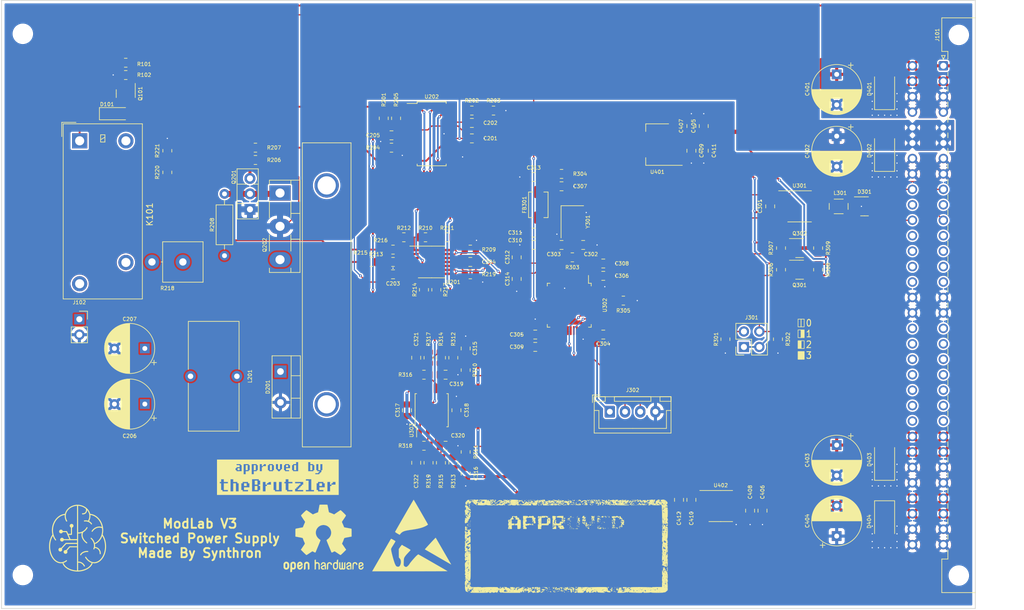
<source format=kicad_pcb>
(kicad_pcb (version 20211014) (generator pcbnew)
  (layers (0 "F.Cu" signal) (31 "B.Cu" signal) (34 "B.Paste" user) (35 "F.Paste" user) (36 "B.SilkS" user "B.Silkscreen") (37 "F.SilkS" user "F.Silkscreen") (38 "B.Mask" user) (39 "F.Mask" user) (44 "Edge.Cuts" user))
  (net 0 "")
  (net 1 "+24V")
  (net 2 "GND")
  (net 3 "Net-(C202-Pad1)")
  (net 4 "Net-(C202-Pad2)")
  (net 5 "-5V")
  (net 6 "Net-(C205-Pad1)")
  (net 7 "Net-(C206-Pad1)")
  (net 8 "+3V3")
  (net 9 "Net-(C302-Pad2)")
  (net 10 "Net-(C303-Pad2)")
  (net 11 "Net-(C307-Pad1)")
  (net 12 "Net-(C310-Pad1)")
  (net 13 "/CPU/V+")
  (net 14 "/CPU/I+")
  (net 15 "Net-(C315-Pad1)")
  (net 16 "Net-(C316-Pad1)")
  (net 17 "+15V")
  (net 18 "Net-(C319-Pad1)")
  (net 19 "Net-(C320-Pad1)")
  (net 20 "Net-(C321-Pad1)")
  (net 21 "/CPU/VSET")
  (net 22 "Net-(C322-Pad1)")
  (net 23 "/CPU/ISET")
  (net 24 "+5V")
  (net 25 "-15V")
  (net 26 "Net-(D201-Pad1)")
  (net 27 "CAN+")
  (net 28 "CAN-")
  (net 30 "SDA_FM")
  (net 43 "SCL_FM")
  (net 55 "Net-(J301-Pad2)")
  (net 56 "Net-(J301-Pad4)")
  (net 57 "/CPU/SWDIO")
  (net 58 "/CPU/SWCLK")
  (net 59 "/SMPS/VOut")
  (net 60 "Net-(L301-Pad1)")
  (net 61 "Net-(L301-Pad4)")
  (net 62 "Net-(Q101-Pad1)")
  (net 63 "Net-(Q201-Pad2)")
  (net 64 "Net-(Q201-Pad3)")
  (net 65 "SCL")
  (net 66 "SDA")
  (net 67 "/CPU/Out_EN")
  (net 68 "Net-(R201-Pad2)")
  (net 69 "Net-(R204-Pad1)")
  (net 70 "Net-(R205-Pad2)")
  (net 71 "Net-(R207-Pad2)")
  (net 72 "Net-(R209-Pad2)")
  (net 73 "I_Sense")
  (net 74 "Net-(R210-Pad2)")
  (net 75 "Net-(R212-Pad2)")
  (net 76 "Net-(R213-Pad1)")
  (net 77 "Net-(R214-Pad1)")
  (net 78 "Net-(R214-Pad2)")
  (net 79 "Net-(R217-Pad2)")
  (net 80 "Feedback")
  (net 81 "Net-(R305-Pad2)")
  (net 82 "PWM_V_SET")
  (net 83 "PWM_I_SET")
  (net 84 "Net-(R316-Pad2)")
  (net 85 "Net-(R318-Pad2)")
  (net 86 "CAN_Tx")
  (net 87 "CAN_Rx")
  (net 114 "Net-(D101-Pad2)")
  (net 115 "Net-(K101-Pad3)")
  (footprint "Resistor_SMD:R_0805_2012Metric" (layer "F.Cu") (at 201.42 90.174 -90)
    (fp_text reference "R308")
    (fp_text value "4k7")
  )
  (footprint "Capacitor_SMD:C_0805_2012Metric" (layer "F.Cu") (at 154.686 74.93 180)
    (fp_text reference "C313")
    (fp_text value "1µ")
  )
  (footprint "Resistor_SMD:R_0805_2012Metric" (layer "F.Cu") (at 140.462 84.836)
    (fp_text reference "R211")
    (fp_text value "3k9")
  )
  (footprint "Resistor_SMD:R_0805_2012Metric" (layer "F.Cu") (at 161.036 88.138 180)
    (fp_text reference "R303")
    (fp_text value "1M")
  )
  (footprint "Resistor_SMD:R_0805_2012Metric" (layer "F.Cu") (at 87.655 58.166)
    (fp_text reference "R102")
    (fp_text value "100k")
  )
  (footprint "Resistor_SMD:R_0805_2012Metric" (layer "F.Cu") (at 201.422 86.614 -90)
    (fp_text reference "R309")
    (fp_text value "4k7")
  )
  (footprint "eigene:logo" (layer "F.Cu") (at 79.764 134.35)
    (fp_text reference "G***" hide)
    (fp_text value "LOGO" hide)
  )
  (footprint "Package_SO:TSSOP-14_4.4x5mm_P0.65mm" (layer "F.Cu") (at 137.922 88.9)
    (fp_text reference "U201")
    (fp_text value "LM2902")
  )
  (footprint "Resistor_SMD:R_0805_2012Metric" (layer "F.Cu") (at 137.414 121.92 -90)
    (fp_text reference "R319")
    (fp_text value "1k8")
  )
  (footprint "Resistor_SMD:R_0805_2012Metric" (layer "F.Cu") (at 139.446 104.648 -90)
    (fp_text reference "R314")
    (fp_text value "22k")
  )
  (footprint "Resistor_SMD:R_0805_2012Metric" (layer "F.Cu") (at 128.016 88.9 180)
    (fp_text reference "R215")
    (fp_text value "1k")
  )
  (footprint "Capacitor_SMD:C_0805_2012Metric" (layer "F.Cu") (at 135.382 104.648 -90)
    (fp_text reference "C321")
    (fp_text value "470n")
  )
  (footprint "Resistor_SMD:R_0805_2012Metric" (layer "F.Cu") (at 131.318 70.104 180)
    (fp_text reference "R204")
    (fp_text value "1k")
  )
  (footprint "Resistor_SMD:R_0805_2012Metric" (layer "F.Cu") (at 130.048 65.278 90)
    (fp_text reference "R201")
    (fp_text value "510")
  )
  (footprint "Capacitor_SMD:C_0805_2012Metric" (layer "F.Cu") (at 140.208 119.126)
    (fp_text reference "C320")
    (fp_text value "470n")
  )
  (footprint "Connector_JST:JST_XH_B4B-XH-A_1x04_P2.50mm_Vertical" (layer "F.Cu") (at 167.192 113.521)
    (fp_text reference "J302")
    (fp_text value "SWD")
  )
  (footprint "Capacitor_SMD:C_0805_2012Metric" (layer "F.Cu") (at 193.548 79.756 90)
    (fp_text reference "C301")
    (fp_text value "100n")
  )
  (footprint "Capacitor_SMD:C_0805_2012Metric" (layer "F.Cu") (at 190.246 129.794 -90)
    (fp_text reference "C408")
    (fp_text value "100n")
  )
  (footprint "Symbol:ESD-Logo_13.2x12mm_SilkScreen" (layer "F.Cu") (at 134.65 133.85)
    (fp_text reference "REF**" hide)
    (fp_text value "ESD-Logo_13.2x12mm_SilkScreen" hide)
  )
  (footprint "Resistor_THT:R_Axial_Power_L20.0mm_W6.4mm_P5.08mm_Vertical" (layer "F.Cu") (at 97.044 88.9 180)
    (fp_text reference "R218")
    (fp_text value "0R100 3W+")
  )
  (footprint "Resistor_SMD:R_0805_2012Metric" (layer "F.Cu") (at 108.966 72.136 180)
    (fp_text reference "R206")
    (fp_text value "100")
  )
  (footprint "Resistor_SMD:R_0805_2012Metric" (layer "F.Cu") (at 94.488 74.168 90)
    (fp_text reference "R220")
    (fp_text value "39k")
  )
  (footprint "Connector_PinSocket_2.54mm:PinSocket_1x02_P2.54mm_Vertical" (layer "F.Cu") (at 80.035 98.318)
    (fp_text reference "J102")
    (fp_text value "Conn_01x02")
  )
  (footprint "eigene:SK574-50" (layer "F.Cu") (at 116.671 69.309 -90)
    (fp_text reference "HS201" hide)
    (fp_text value "Heatsink" hide)
  )
  (footprint "Capacitor_SMD:C_0805_2012Metric" (layer "F.Cu") (at 144.272 88.9 180)
    (fp_text reference "C204")
    (fp_text value "100n")
  )
  (footprint "Resistor_SMD:R_0805_2012Metric" (layer "F.Cu") (at 139.446 121.92 90)
    (fp_text reference "R315")
    (fp_text value "22k")
  )
  (footprint "Capacitor_SMD:C_0805_2012Metric" (layer "F.Cu") (at 182.626 70.612 -90)
    (fp_text reference "C411")
    (fp_text value "1µ")
  )
  (footprint "Resistor_SMD:R_0805_2012Metric" (layer "F.Cu") (at 144.272 86.868 180)
    (fp_text reference "R209")
    (fp_text value "12k")
  )
  (footprint "Resistor_SMD:R_0805_2012Metric" (layer "F.Cu") (at 195.324 90.174 90)
    (fp_text reference "R306")
    (fp_text value "4k7")
  )
  (footprint "Inductor_THT:L_Toroid_Vertical_L17.8mm_W8.1mm_P7.62mm_Bourns_5700" (layer "F.Cu") (at 105.918 107.696 -90)
    (fp_text reference "L201")
    (fp_text value "150µ")
  )
  (footprint "Resistor_SMD:R_0805_2012Metric" (layer "F.Cu") (at 136.652 107.442)
    (fp_text reference "R316")
    (fp_text value "1k")
  )
  (footprint "Resistor_SMD:R_0805_2012Metric" (layer "F.Cu") (at 144.272 90.932 180)
    (fp_text reference "R219")
    (fp_text value "12k")
  )
  (footprint "Capacitor_SMD:C_0805_2012Metric" (layer "F.Cu") (at 180.594 66.548 90)
    (fp_text reference "C407")
    (fp_text value "100n")
  )
  (footprint "Relay_THT:Relay_SPST_Panasonic_JW1_FormA" (layer "F.Cu") (at 80.0825 68.9805 -90)
    (fp_text reference "K101")
    (fp_text value "ADW11")
  )
  (footprint "Package_TO_SOT_SMD:SOT-223-3_TabPin2" (layer "F.Cu") (at 175.006 69.596 180)
    (fp_text reference "U401")
    (fp_text value "AP1117-33")
  )
  (footprint "Package_TO_SOT_SMD:SOT-23" (layer "F.Cu") (at 198.374 86.614)
    (fp_text reference "Q302")
    (fp_text value "BSS138")
  )
  (footprint "Capacitor_SMD:C_0805_2012Metric" (layer "F.Cu") (at 144.526 66.04)
    (fp_text reference "C202")
    (fp_text value "2µ2")
  )
  (footprint "Package_TO_SOT_THT:TO-126-3_Vertical" (layer "F.Cu") (at 108.065 80.244 90)
    (fp_text reference "Q201")
    (fp_text value "BD140")
  )
  (footprint "Package_SO:SOIC-8_3.9x4.9mm_P1.27mm" (layer "F.Cu") (at 198.374 79.756)
    (fp_text reference "U301")
    (fp_text value "SN65HVD232")
  )
  (footprint "Resistor_SMD:R_0805_2012Metric" (layer "F.Cu") (at 148.082 64.008)
    (fp_text reference "R203")
    (fp_text value "1k")
  )
  (footprint "Capacitor_SMD:C_0805_2012Metric" (layer "F.Cu") (at 151.892 91.694 -90)
    (fp_text reference "C314")
    (fp_text value "1n")
  )
  (footprint "Capacitor_THT:CP_Radial_D8.0mm_P5.00mm" (layer "F.Cu") (at 204.47 119.009349 -90)
    (fp_text reference "C403")
    (fp_text value "100µ")
  )
  (footprint "Diode_SMD:D_SMA" (layer "F.Cu") (at 212.344 121.412 90)
    (fp_text reference "D403")
    (fp_text value "P6SMB16")
  )
  (footprint "Package_SO:SOIC-8_3.9x4.9mm_P1.27mm" (layer "F.Cu") (at 185.42 129.032)
    (fp_text reference "U402")
    (fp_text value "L79L05_SO8")
  )
  (footprint "Resistor_SMD:R_0805_2012Metric" (layer "F.Cu") (at 141.478 121.92 -90)
    (fp_text reference "R313")
    (fp_text value "22k")
  )
  (footprint "Crystal:Crystal_SMD_5032-4Pin_5.0x3.2mm" (layer "F.Cu") (at 161.036 82.296 -90)
    (fp_text reference "Y301")
    (fp_text value "8MHz")
  )
  (footprint "Capacitor_THT:CP_Radial_D8.0mm_P5.00mm" (layer "F.Cu") (at 204.47 68.209349 -90)
    (fp_text reference "C402")
    (fp_text value "100µ")
  )
  (footprint "Capacitor_SMD:C_0805_2012Metric" (layer "F.Cu") (at 133.858 113.284 -90)
    (fp_text reference "C317")
    (fp_text value "100n")
  )
  (footprint "Resistor_SMD:R_0805_2012Metric" (layer "F.Cu") (at 132.08 65.278 -90)
    (fp_text reference "R205")
    (fp_text value "51k")
  )
  (footprint "Package_TO_SOT_SMD:SOT-23" (layer "F.Cu") (at 198.374 90.17)
    (fp_text reference "Q301")
    (fp_text value "BSS138")
  )
  (footprint "Resistor_SMD:R_0805_2012Metric" (layer "F.Cu") (at 94.488 70.612 90)
    (fp_text reference "R221")
    (fp_text value "10k")
  )
  (footprint "Capacitor_SMD:C_0805_2012Metric" (layer "F.Cu") (at 141.986 113.284 -90)
    (fp_text reference "C318")
    (fp_text value "100n")
  )
  (footprint "Resistor_SMD:R_0805_2012Metric" (layer "F.Cu") (at 159.258 74.422)
    (fp_text reference "R304")
    (fp_text value "10k")
  )
  (footprint "Capacitor_SMD:C_0805_2012Metric" (layer "F.Cu") (at 131.572 90.932 180)
    (fp_text reference "C203")
    (fp_text value "100n")
  )
  (footprint "Capacitor_SMD:C_0805_2012Metric" (layer "F.Cu") (at 182.626 66.548 90)
    (fp_text reference "C405")
    (fp_text value "1µ")
  )
  (footprint "Capacitor_SMD:C_0805_2012Metric" (layer "F.Cu") (at 166.116 100.838)
    (fp_text reference "C304")
    (fp_text value "100n")
  )
  (footprint "Resistor_SMD:R_0805_2012Metric" (layer "F.Cu") (at 108.966 70.104)
    (fp_text reference "R207")
    (fp_text value "1k")
  )
  (footprint "Capacitor_SMD:C_0805_2012Metric" (layer "F.Cu") (at 144.526 68.58)
    (fp_text reference "C201")
    (fp_text value "100n")
  )
  (footprint "eigene:VG64_Euro" (layer "F.Cu") (at 67.246 145.882)
    (fp_text reference "J101")
    (fp_text value "DIN41612_02x32_AC")
    (fp_line (start 160 0) (end 0 0) (layer "Edge.Cuts") (width 0.12))
    (fp_line (start 0 -100) (end 160 -100) (layer "Edge.Cuts") (width 0.12))
    (fp_line (start 160 -100) (end 160 0) (layer "Edge.Cuts") (width 0.12))
    (fp_line (start 0 0) (end 0 -100) (layer "Edge.Cuts") (width 0.12))
  )
  (footprint "Capacitor_SMD:C_0805_2012Metric" (layer "F.Cu") (at 180.594 70.612 -90)
    (fp_text reference "C409")
    (fp_text value "100n")
  )
  (footprint "Capacitor_SMD:C_0805_2012Metric" (layer "F.Cu") (at 154.94 102.87 180)
    (fp_text reference "C309")
    (fp_text value "4µ7")
  )
  (footprint "Capacitor_SMD:C_0805_2012Metric" (layer "F.Cu") (at 151.892 88.138 90)
    (fp_text reference "C312")
    (fp_text value "1n")
  )
  (footprint "Diode_SMD:D_SMA" (layer "F.Cu") (at 212.344 60.452 90)
    (fp_text reference "D401")
    (fp_text value "SMAJ5,0A")
  )
  (footprint "Capacitor_SMD:C_0805_2012Metric" (layer "F.Cu") (at 143.51 103.124 90)
    (fp_text reference "C315")
    (fp_text value "5n6")
  )
  (footprint "Capacitor_SMD:C_0805_2012Metric" (layer "F.Cu") (at 131.318 68.072 180)
    (fp_text reference "C205")
    (fp_text value "1n")
  )
  (footprint "Capacitor_SMD:C_0805_2012Metric" (layer "F.Cu") (at 159.258 76.454)
    (fp_text reference "C307")
    (fp_text value "100n")
  )
  (footprint "Resistor_SMD:R_0805_2012Metric" (layer "F.Cu") (at 87.655 56.134)
    (fp_text reference "R101")
    (fp_text value "10k")
  )
  (footprint "Capacitor_SMD:C_0805_2012Metric" (layer "F.Cu") (at 180.594 128.016 -90)
    (fp_text reference "C410")
    (fp_text value "100n")
  )
  (footprint "Diode_SMD:D_MiniMELF" (layer "F.Cu") (at 85.877 64.516)
    (fp_text reference "D101")
    (fp_text value "LL4148")
  )
  (footprint "Capacitor_SMD:C_0805_2012Metric" (layer "F.Cu") (at 159.258 86.106)
    (fp_text reference "C303")
    (fp_text value "20p")
  )
  (footprint "Package_TO_SOT_THT:TO-220-2_Vertical" (layer "F.Cu") (at 113.076 106.914 -90)
    (fp_text reference "D201")
    (fp_text value "MBR745")
  )
  (footprint "Resistor_SMD:R_0805_2012Metric" (layer "F.Cu") (at 131.572 86.868 180)
    (fp_text reference "R216")
    (fp_text value "1k")
  )
  (footprint "Capacitor_THT:CP_Radial_D8.0mm_P5.00mm" (layer "F.Cu") (at 204.47 133.974651 90)
    (fp_text reference "C404")
    (fp_text value "100µ")
  )
  (footprint "Package_TO_SOT_THT:TO-218-3_Vertical" (layer "F.Cu") (at 113.005 77.563 -90)
    (fp_text reference "Q202")
    (fp_text value "TIP3055")
  )
  (footprint "Resistor_SMD:R_0805_2012Metric" (layer "F.Cu") (at 138.684 93.472 90)
    (fp_text reference "R217")
    (fp_text value "3k9")
  )
  (footprint "Package_TO_SOT_SMD:SOT-23" (layer "F.Cu") (at 209.042 79.756)
    (fp_text reference "D301")
    (fp_text value "CDSOT23-T24-Q")
  )
  (footprint "Resistor_SMD:R_0805_2012Metric" (layer "F.Cu") (at 186.182 101.6 -90)
    (fp_text reference "R301")
    (fp_text value "10k")
  )
  (footprint "Resistor_THT:R_Axial_DIN0207_L6.3mm_D2.5mm_P10.16mm_Horizontal" (layer "F.Cu") (at 103.88 77.704 -90)
    (fp_text reference "R208")
    (fp_text value "30 0,5W")
  )
  (footprint "Package_SO:SOIC-8_5.23x5.23mm_P1.27mm" (layer "F.Cu") (at 137.922 113.284 90)
    (fp_text reference "U303")
    (fp_text value "LM2904")
  )
  (footprint "eigene:SRF3225TAC" (layer "F.Cu") (at 202.946049 81.160925)
    (fp_text reference "L301")
    (fp_text value "SRF3225TAC-101Y")
  )
  (footprint "Resistor_SMD:R_0805_2012Metric" (layer "F.Cu") (at 137.414 104.648 90)
    (fp_text reference "R317")
    (fp_text value "1k8")
  )
  (footprint "eigene:SMB-001" (layer "F.Cu") (at 155.448 79.502 90)
    (fp_text reference "FB301")
    (fp_text value "SMB-001")
  )
  (footprint "Resistor_SMD:R_0805_2012Metric" (layer "F.Cu") (at 169.418 95.25 180)
    (fp_text reference "R305")
    (fp_text value "100")
  )
  (footprint "Capacitor_SMD:C_0805_2012Metric" (layer "F.Cu") (at 162.814 86.106 180)
    (fp_text reference "C302")
    (fp_text value "20p")
  )
  (footprint "Capacitor_THT:CP_Radial_D8.0mm_P5.00mm" (layer "F.Cu") (at 204.47 58.049349 -90)
    (fp_text reference "C401")
    (fp_text value "100µ")
  )
  (footprint "Resistor_SMD:R_0805_2012Metric" (layer "F.Cu") (at 194.818 101.6 -90)
    (fp_text reference "R302")
    (fp_text value "10k")
  )
  (footprint "Capacitor_SMD:C_0805_2012Metric" (layer "F.Cu") (at 140.208 107.442)
    (fp_text reference "C319")
    (fp_text value "470n")
  )
  (footprint "Symbol:OSHW-Logo2_14.6x12mm_SilkScreen" (layer "F.Cu") (at 120.15 134.35)
    (fp_text reference "REF**" hide)
    (fp_text value "OSHW-Logo2_14.6x12mm_SilkScreen" hide)
  )
  (footprint "Resistor_SMD:R_0805_2012Metric" (layer "F.Cu") (at 136.652 119.126)
    (fp_text reference "R318")
    (fp_text value "1k")
  )
  (footprint "Capacitor_SMD:C_0805_2012Metric" (layer "F.Cu") (at 166.116 89.154)
    (fp_text reference "C308")
    (fp_text value "100n")
  )
  (footprint "Diode_SMD:D_SMA" (layer "F.Cu") (at 212.344 70.612 90)
    (fp_text reference "D402")
    (fp_text value "P6SMB26")
  )
  (footprint "Resistor_SMD:R_0805_2012Metric" (layer "F.Cu") (at 136.652 93.472 -90)
    (fp_text reference "R214")
    (fp_text value "100")
  )
  (footprint "Capacitor_SMD:C_0805_2012Metric" (layer "F.Cu") (at 178.562 128.016 -90)
    (fp_text reference "C412")
    (fp_text value "1µ")
  )
  (footprint "Resistor_SMD:R_0805_2012Metric" (layer "F.Cu") (at 136.906 84.836)
    (fp_text reference "R210")
    (fp_text value "100")
  )
  (footprint "Package_SO:SOIC-16_4.55x10.3mm_P1.27mm" (layer "F.Cu") (at 137.922 67.818)
    (fp_text reference "U202")
    (fp_text value "TL494")
  )
  (footprint "Capacitor_THT:CP_Radial_D8.0mm_P5.00mm" (layer "F.Cu") (at 90.794651 103.124 180)
    (fp_text reference "C207")
    (fp_text value "220µ")
  )
  (footprint "TheBrutzlers_Lib:thebrutzler_approved_small02" (layer "F.Cu") (at 160.02 135.636)
    (fp_text reference "G***" hide)
    (fp_text value "LOGO" hide)
  )
  (footprint "Resistor_SMD:R_0805_2012Metric" (layer "F.Cu") (at 141.478 104.648 90)
    (fp_text reference "R312")
    (fp_text value "22k")
  )
  (footprint "Package_TO_SOT_SMD:SOT-23" (layer "F.Cu") (at 87.655 61.214 -90)
    (fp_text reference "Q101")
    (fp_text value "BSS138")
  )
  (footprint "Resistor_SMD:R_0805_2012Metric" (layer "F.Cu") (at 195.326 86.614 90)
    (fp_text reference "R307")
    (fp_text value "4k7")
  )
  (footprint "Capacitor_SMD:C_0805_2012Metric" (layer "F.Cu") (at 143.51 123.698 -90)
    (fp_text reference "C316")
    (fp_text value "5n6")
  )
  (footprint "Capacitor_SMD:C_0805_2012Metric" (layer "F.Cu") (at 166.116 91.186)
    (fp_text reference "C306")
    (fp_text value "100n")
  )
  (footprint "Resistor_SMD:R_0805_2012Metric" (layer "F.Cu") (at 133.35 84.836 180)
    (fp_text reference "R212")
    (fp_text value "10k")
  )
  (footprint "Capacitor_SMD:C_0805_2012Metric" (layer "F.Cu") (at 154.94 100.838 180)
    (fp_text reference "C305")
    (fp_text value "100n")
  )
  (footprint "Capacitor_SMD:C_0805_2012Metric" (layer "F.Cu") (at 192.278 129.794 -90)
    (fp_text reference "C406")
    (fp_text value "1µ")
  )
  (footprint "Capacitor_THT:CP_Radial_D8.0mm_P5.00mm" (layer "F.Cu") (at 90.794651 112.268 180)
    (fp_text reference "C206")
    (fp_text value "220µ")
  )
  (footprint "TheBrutzlers_Lib:approved_theBrutzler" (layer "F.Cu") (at 112.65 124.3)
    (fp_text reference "G***")
    (fp_text value "LOGO" hide)
  )
  (footprint "Package_QFP:LQFP-48_7x7mm_P0.5mm" (layer "F.Cu") (at 160.528 96.012 -90)
    (fp_text reference "U302")
    (fp_text value "STM32F103C8Tx")
  )
  (footprint "Capacitor_SMD:C_0805_2012Metric" (layer "F.Cu") (at 154.686 84.074 180)
    (fp_text reference "C311")
    (fp_text value "1µ")
  )
  (footprint "Diode_SMD:D_SMA" (layer "F.Cu") (at 212.344 131.572 -90)
    (fp_text reference "D404")
    (fp_text value "P6SMB16")
  )
  (footprint "Resistor_SMD:R_0805_2012Metric" (layer "F.Cu") (at 131.572 88.9)
    (fp_text reference "R213")
    (fp_text value "10k")
  )
  (footprint "Capacitor_SMD:C_0805_2012Metric" (layer "F.Cu") (at 135.382 121.92 90)
    (fp_text reference "C322")
    (fp_text value "470n")
  )
  (footprint "Resistor_SMD:R_0805_2012Metric" (layer "F.Cu") (at 143.51 120.142 -90)
    (fp_text reference "R311")
    (fp_text value "1k3")
  )
  (footprint "Resistor_SMD:R_0805_2012Metric" (layer "F.Cu") (at 143.51 106.68 90)
    (fp_text reference "R310")
    (fp_text value "1k3")
  )
  (footprint "Resistor_SMD:R_0805_2012Metric" (layer "F.Cu") (at 144.526 64.008)
    (fp_text reference "R202")
    (fp_text value "8k9")
  )
  (footprint "Connector_PinHeader_2.54mm:PinHeader_2x02_P2.54mm_Vertical" (layer "F.Cu") (at 189.225 102.875 90)
    (fp_text reference "J301")
    (fp_text value "Address")
  )
  (footprint "Capacitor_SMD:C_0805_2012Metric" (layer "F.Cu") (at 154.686 86.106 180)
    (fp_text reference "C310")
    (fp_text value "100n")
  )
  (gr_rect (start 199.136 101.346) (end 198.628 100.076) (layer "F.SilkS") (width 0.1) (fill solid))
  (gr_rect (start 198.628 101.346) (end 198.12 100.076) (layer "F.SilkS") (width 0.1) (fill none))
  (gr_rect (start 198.628 99.568) (end 198.12 98.298) (layer "F.SilkS") (width 0.1) (fill none))
  (gr_rect (start 199.136 99.568) (end 198.628 98.298) (layer "F.SilkS") (width 0.1) (fill none))
  (gr_rect (start 198.628 104.902) (end 198.12 103.632) (layer "F.SilkS") (width 0.1) (fill solid))
  (gr_rect (start 198.628 103.124) (end 198.12 101.854) (layer "F.SilkS") (width 0.1) (fill solid))
  (gr_rect (start 199.136 103.124) (end 198.628 101.854) (layer "F.SilkS") (width 0.1) (fill none))
  (gr_rect (start 199.136 104.902) (end 198.628 103.632) (layer "F.SilkS") (width 0.1) (fill solid))
  (gr_text "ModLab V3\nSwitched Power Supply\nMade By Synthron" (at 99.83 134.35) (layer "F.SilkS") (effects (font (size 1.5 1.5) (thickness 0.3))))
  (gr_text "0\n1\n2\n3" (at 199.898 101.6) (layer "F.SilkS") (effects (font (size 1.1 1))))
  (segment (start 141.299 68.58) (end 141.172 68.453) (width 0.2) (layer "F.Cu") (net 1))
  (segment (start 108.065 81.903) (end 109.22 83.058) (width 0.5) (layer "F.Cu") (net 1))
  (segment (start 131.252 92.202) (end 130.556 92.202) (width 0.2) (layer "F.Cu") (net 1))
  (segment (start 135.0595 88.9) (end 134.112 88.9) (width 0.2) (layer "F.Cu") (net 1))
  (segment (start 116.078 80.772) (end 113.812 83.038) (width 0.2) (layer "F.Cu") (net 1))
  (segment (start 109.8785 72.136) (end 113.284 72.136) (width 0.2) (layer "F.Cu") (net 1))
  (segment (start 113.284 72.136) (end 116.078 74.93) (width 0.2) (layer "F.Cu") (net 1))
  (segment (start 127.254 92.202) (end 126.238 91.186) (width 0.2) (layer "F.Cu") (net 1))
  (segment (start 142.494 68.58) (end 141.299 68.58) (width 0.2) (layer "F.Cu") (net 1))
  (segment (start 130.556 92.202) (end 127.254 92.202) (width 0.2) (layer "F.Cu") (net 1))
  (segment (start 113.812 83.038) (end 113.005 83.038) (width 0.2) (layer "F.Cu") (net 1))
  (segment (start 134.112 88.9) (end 133.604 89.408) (width 0.2) (layer "F.Cu") (net 1))
  (segment (start 108.065 80.244) (end 108.065 81.903) (width 0.5) (layer "F.Cu") (net 1))
  (segment (start 133.604 89.408) (end 133.604 89.662) (width 0.2) (layer "F.Cu") (net 1))
  (segment (start 132.522 90.932) (end 131.252 92.202) (width 0.2) (layer "F.Cu") (net 1))
  (segment (start 143.576 68.58) (end 142.494 68.58) (width 0.2) (layer "F.Cu") (net 1))
  (segment (start 109.22 83.058) (end 109.24 83.038) (width 0.5) (layer "F.Cu") (net 1))
  (segment (start 109.24 83.038) (end 113.005 83.038) (width 0.5) (layer "F.Cu") (net 1))
  (segment (start 132.522 90.744) (end 132.522 90.932) (width 0.2) (layer "F.Cu") (net 1))
  (segment (start 116.078 74.93) (end 116.078 80.772) (width 0.2) (layer "F.Cu") (net 1))
  (segment (start 133.604 89.662) (end 132.522 90.744) (width 0.2) (layer "F.Cu") (net 1))
  (via (at 126.238 91.186) (size 0.46) (drill 0.2) (layers "F.Cu" "B.Cu") (net 1))
  (via (at 142.494 68.58) (size 0.46) (drill 0.2) (layers "F.Cu" "B.Cu") (net 1))
  (segment (start 142.494 68.58) (end 142.494 61.722) (width 0.3) (layer "B.Cu") (net 1))
  (segment (start 125.222 90.17) (end 125.222 84.074) (width 0.2) (layer "B.Cu") (net 1))
  (segment (start 126.238 91.186) (end 125.222 90.17) (width 0.2) (layer "B.Cu") (net 1))
  (segment (start 130.4055 69.6995) (end 129.794 69.088) (width 0.2) (layer "F.Cu") (net 2))
  (segment (start 159.778 93.206) (end 159.766 93.218) (width 0.2) (layer "F.Cu") (net 2))
  (segment (start 153.736 86.106) (end 152.4 86.106) (width 0.2) (layer "F.Cu") (net 2))
  (segment (start 158.308 86.106) (end 158.308 84.516) (width 0.2) (layer "F.Cu") (net 2))
  (segment (start 163.196 80.646) (end 163.322 80.772) (width 0.2) (layer "F.Cu") (net 2))
  (segment (start 137.414 122.8325) (end 137.414 124.206) (width 0.2) (layer "F.Cu") (net 2))
  (segment (start 141.158 107.442) (end 142.24 107.442) (width 0.2) (layer "F.Cu") (net 2))
  (segment (start 182.626 71.562) (end 182.626 72.644) (width 0.3) (layer "F.Cu") (net 2))
  (segment (start 133.477 70.993) (end 133.096 71.374) (width 0.25) (layer "F.Cu") (net 2))
  (segment (start 180.594 128.966) (end 180.594 130.048) (width 0.3) (layer "F.Cu") (net 2))
  (segment (start 187.895 132.015) (end 187.96 132.08) (width 0.3) (layer "F.Cu") (net 2))
  (segment (start 85.618 58.166) (end 85.598 58.146) (width 0.2) (layer "F.Cu") (net 2))
  (segment (start 94.488 69.6995) (end 94.488 68.58) (width 0.2) (layer "F.Cu") (net 2))
  (segment (start 170.3305 95.25) (end 171.704 95.25) (width 0.2) (layer "F.Cu") (net 2))
  (segment (start 130.622 90.866) (end 131.572 89.916) (width 0.2) (layer "F.Cu") (net 2))
  (segment (start 158.878 83.946) (end 158.496 84.328) (width 0.2) (layer "F.Cu") (net 2))
  (segment (start 145.1845 90.932) (end 145.1845 91.0825) (width 0.2) (layer "F.Cu") (net 2))
  (segment (start 143.51 102.174) (end 143.51 101.092) (width 0.2) (layer "F.Cu") (net 2))
  (segment (start 167.066 102.296) (end 167.132 102.362) (width 0.2) (layer "F.Cu") (net 2))
  (segment (start 193.548 78.806) (end 192.09 78.806) (width 0.2) (layer "F.Cu") (net 2))
  (segment (start 194.818 102.5125) (end 194.818 103.886) (width 0.2) (layer "F.Cu") (net 2))
  (segment (start 141.158 119.126) (end 142.24 119.126) (width 0.2) (layer "F.Cu") (net 2))
  (segment (start 133.858 114.234) (end 133.858 115.57) (width 0.2) (layer "F.Cu") (net 2))
  (segment (start 154.976 98.262) (end 154.94 98.298) (width 0.2) (layer "F.Cu") (net 2))
  (segment (start 143.51 124.648) (end 143.51 125.73) (width 0.2) (layer "F.Cu") (net 2))
  (segment (start 140.462 67.183) (end 141.172 67.183) (width 0.2) (layer "F.Cu") (net 2))
  (segment (start 139.954 67.818) (end 140.462 67.183) (width 0.2) (layer "F.Cu") (net 2))
  (segment (start 132.4845 89.0035) (end 131.572 89.916) (width 0.2) (layer "F.Cu") (net 2))
  (segment (start 151.892 86.614) (end 152.4 86.106) (width 0.2) (layer "F.Cu") (net 2))
  (segment (start 178.562 128.966) (end 178.562 130.048) (width 0.3) (layer "F.Cu") (net 2))
  (segment (start 137.414 103.7355) (end 137.414 102.616) (width 0.2) (layer "F.Cu") (net 2))
  (segment (start 180.594 71.562) (end 180.594 72.644) (width 0.3) (layer "F.Cu") (net 2))
  (segment (start 160.208 76.454) (end 161.29 76.454) (width 0.2) (layer "F.Cu") (net 2))
  (segment (start 187.895 130.937) (end 187.895 132.015) (width 0.3) (layer "F.Cu") (net 2))
  (segment (start 141.172 72.263) (end 142.367 72.263) (width 0.2) (layer "F.Cu") (net 2))
  (segment (start 86.705 60.2765) (end 86.705 58.2035) (width 0.2) (layer "F.Cu") (net 2))
  (segment (start 159.778 91.8495) (end 159.778 93.206) (width 0.2) (layer "F.Cu") (net 2))
  (segment (start 151.892 87.188) (end 151.892 86.614) (width 0.2) (layer "F.Cu") (net 2))
  (segment (start 141.986 112.334) (end 141.986 110.998) (width 0.2) (layer "F.Cu") (net 2))
  (segment (start 130.4055 70.104) (end 130.4055 69.6995) (width 0.2) (layer "F.Cu") (net 2))
  (segment (start 162.778 100.1745) (end 162.778 101.564) (width 0.2) (layer "F.Cu") (net 2))
  (segment (start 132.4845 88.9) (end 132.4845 89.0035) (width 0.2) (layer "F.Cu") (net 2))
  (segment (start 162.778 101.564) (end 162.814 101.6) (width 0.2) (layer "F.Cu") (net 2))
  (segment (start 153.99 100.838) (end 152.654 100.838) (width 0.2) (layer "F.Cu") (net 2))
  (segment (start 148.9945 64.008) (end 150.114 64.008) (width 0.2) (layer "F.Cu") (net 2))
  (segment (start 160.036 83.946) (end 158.878 83.946) (width 0.2) (layer "F.Cu") (net 2))
  (segment (start 142.367 70.993) (end 143.002 71.628) (width 0.2) (layer "F.Cu") (net 2))
  (segment (start 86.705 58.2035) (end 86.7425 58.166) (width 0.2) (layer "F.Cu") (net 2))
  (segment (start 182.626 65.598) (end 182.626 64.516) (width 0.3) (layer "F.Cu") (net 2))
  (segment (start 190.246 130.744) (end 190.246 132.08) (width 0.3) (layer "F.Cu") (net 2))
  (segment (start 145.222 88.9) (end 146.304 88.9) (width 0.2) (layer "F.Cu") (net 2))
  (segment (start 193.863 79.121) (end 193.548 78.806) (width 0.2) (layer "F.Cu") (net 2))
  (segment (start 130.368 68.514) (end 130.368 68.072) (width 0.2) (layer "F.Cu") (net 2))
  (segment (start 145.1845 86.868) (end 145.1845 90.932) (width 0.2) (layer "F.Cu") (net 2))
  (segment (start 180.594 65.598) (end 180.594 64.516) (width 0.3) (layer "F.Cu") (net 2))
  (segment (start 142.367 72.263) (end 143.002 71.628) (width 0.2) (layer "F.Cu") (net 2))
  (segment (start 153.736 74.93) (end 152.4 74.93) (width 0.2) (layer "F.Cu") (net 2))
  (segment (start 167.066 89.154) (end 168.148 89.154) (width 0.2) (layer "F.Cu") (net 2))
  (segment (start 192.278 130.744) (end 192.278 132.08) (width 0.3) (layer "F.Cu") (net 2))
  (segment (start 145.1845 86.868) (end 145.1845 85.4475) (width 0.2) (layer "F.Cu") (net 2))
  (segment (start 165.572 93.762) (end 166.37 92.964) (width 0.2) (layer "F.Cu") (net 2))
  (segment (start 145.476 68.58) (end 146.558 68.58) (width 0.2) (layer "F.Cu") (net 2))
  (segment (start 182.626 71.562) (end 178.49 71.562) (width 0.7) (layer "F.Cu") (net 2))
  (segment (start 145.1845 85.4475) (end 145.288 85.344) (width 0.2) (layer "F.Cu") (net 2))
  (segment (start 156.3655 98.262) (end 154.976 98.262) (width 0.2) (layer "F.Cu") (net 2))
  (segment (start 167.066 100.838) (end 167.066 102.296) (width 0.2) (layer "F.Cu") (net 2))
  (segment (start 167.066 91.186) (end 168.148 91.186) (width 0.2) (layer "F.Cu") (net 2))
  (segment (start 129.54 69.088) (end 129.794 69.088) (width 0.2) (layer "F.Cu") (net 2))
  (segment (start 129.794 69.088) (end 130.368 68.514) (width 0.2) (layer "F.Cu") (net 2))
  (segment (start 164.6905 93.762) (end 165.572 93.762) (width 0.2) (layer "F.Cu") (net 2))
  (segment (start 153.736 84.074) (end 152.654 84.074) (width 0.2) (layer "F.Cu") (net 2))
  (segment (start 186.182 102.5125) (end 186.182 103.886) (width 0.2) (layer "F.Cu") (net 2))
  (segment (start 145.1845 91.0825) (end 146.304 92.202) (width 0.2) (layer "F.Cu") (net 2))
  (segment (start 162.036 80.646) (end 163.196 80.646) (width 0.2) (layer "F.Cu") (net 2))
  (segment (start 153.99 102.87) (end 152.654 102.87) (width 0.2) (layer "F.Cu") (net 2))
  (segment (start 86.7425 58.166) (end 85.618 58.166) (width 0.2) (layer "F.Cu") (net 2))
  (segment (start 192.09 78.806) (end 192.024 78.74) (width 0.2) (layer "F.Cu") (net 2))
  (segment (start 195.899 79.121) (end 193.863 79.121) (width 0.2) (layer "F.Cu") (net 2))
  (segment (start 151.892 92.644) (end 151.892 93.726) (width 0.2) (layer "F.Cu") (net 2))
  (segment (start 163.764 86.106) (end 165.1 86.106) (width 0.2) (layer "F.Cu") (net 2))
  (segment (start 141.172 70.993) (end 142.367 70.993) (width 0.2) (layer "F.Cu") (net 2))
  (segment (start 178.49 71.562) (end 178.156 71.896) (width 0.7) (layer "F.Cu") (net 2))
  (segment (start 209.9795 79.756) (end 208.534 79.756) (width 0.2) (layer "F.Cu") (net 2))
  (segment (start 158.308 84.516) (end 158.496 84.328) (width 0.2) (layer "F.Cu") (net 2))
  (segment (start 130.622 90.932) (end 130.622 90.866) (width 0.2) (layer "F.Cu") (net 2))
  (segment (start 134.672 70.993) (end 133.477 70.993) (width 0.25) (layer "F.Cu") (net 2))
  (via (at 214.376 64.77) (size 0.46) (drill 0.2) (layers "F.Cu" "B.Cu") (net 2))
  (via (at 214.376 124.714) (size 0.46) (drill 0.2) (layers "F.Cu" "B.Cu") (net 2))
  (via (at 213.36 125.73) (size 0.46) (drill 0.2) (layers "F.Cu" "B.Cu") (net 2))
  (via (at 131.572 89.916) (size 0.46) (drill 0.2) (layers "F.Cu" "B.Cu") (net 2))
  (via (at 163.322 80.772) (size 0.46) (drill 0.2) (layers "F.Cu" "B.Cu") (net 2))
  (via (at 213.36 135.89) (size 0.46) (drill 0.2) (layers "F.Cu" "B.Cu") (net 2))
  (via (at 180.594 130.048) (size 0.46) (drill 0.2) (layers "F.Cu" "B.Cu") (net 2))
  (via (at 180.594 72.644) (size 0.46) (drill 0.2) (layers "F.Cu" "B.Cu") (net 2))
  (via (at 137.414 124.206) (size 0.46) (drill 0.2) (layers "F.Cu" "B.Cu") (net 2))
  (via (at 210.312 123.444) (size 0.46) (drill 0.2) (layers "F.Cu" "B.Cu") (net 2))
  (via (at 129.54 69.088) (size 0.46) (drill 0.2) (layers "F.Cu" "B.Cu") (net 2))
  (via (at 194.818 103.886) (size 0.46) (drill 0.2) (layers "F.Cu" "B.Cu") (net 2))
  (via (at 139.954 67.818) (size 0.46) (drill 0.2) (layers "F.Cu" "B.Cu") (net 2))
  (via (at 154.94 98.298) (size 0.46) (drill 0.2) (layers "F.Cu" "B.Cu") (net 2))
  (via (at 165.1 86.106) (size 0.46) (drill 0.2) (layers "F.Cu" "B.Cu") (net 2))
  (via (at 210.312 134.874) (size 0.46) (drill 0.2) (layers "F.Cu" "B.Cu") (net 2))
  (via (at 214.376 71.374) (size 0.46) (drill 0.2) (layers "F.Cu" "B.Cu") (net 2))
  (via (at 210.312 61.214) (size 0.46) (drill 0.2) (layers "F.Cu" "B.Cu") (net 2))
  (via (at 212.344 125.73) (size 0.46) (drill 0.2) (layers "F.Cu" "B.Cu") (net 2))
  (via (at 145.288 85.344) (size 0.46) (drill 0.2) (layers "F.Cu" "B.Cu") (net 2))
  (via (at 143.51 101.092) (size 0.46) (drill 0.2) (layers "F.Cu" "B.Cu") (net 2))
  (via (at 210.312 73.914) (size 0.46) (drill 0.2) (layers "F.Cu" "B.Cu") (net 2))
  (via (at 141.986 110.998) (size 0.46) (drill 0.2) (layers "F.Cu" "B.Cu") (net 2))
  (via (at 166.37 92.964) (size 0.46) (drill 0.2) (layers "F.Cu" "B.Cu") (net 2))
  (via (at 143.51 125.73) (size 0.46) (drill 0.2) (layers "F.Cu" "B.Cu") (net 2))
  (via (at 162.814 101.6) (size 0.46) (drill 0.2) (layers "F.Cu" "B.Cu") (net 2))
  (via (at 133.096 71.374) (size 0.46) (drill 0.2) (layers "F.Cu" "B.Cu") (net 2))
  (via (at 152.4 74.93) (size 0.46) (drill 0.2) (layers "F.Cu" "B.Cu") (net 2))
  (via (at 213.36 74.93) (size 0.46) (drill 0.2) (layers "F.Cu" "B.Cu") (net 2))
  (via (at 214.376 72.644) (size 0.46) (drill 0.2) (layers "F.Cu" "B.Cu") (net 2))
  (via (at 210.312 71.374) (size 0.46) (drill 0.2) (layers "F.Cu" "B.Cu") (net 2))
  (via (at 210.312 64.77) (size 0.46) (drill 0.2) (layers "F.Cu" "B.Cu") (net 2))
  (via (at 142.24 107.442) (size 0.46) (drill 0.2) (layers "F.Cu" "B.Cu") (net 2))
  (via (at 214.376 61.214) (size 0.46) (drill 0.2) (layers "F.Cu" "B.Cu") (net 2))
  (via (at 210.312 125.73) (size 0.46) (drill 0.2) (layers "F.Cu" "B.Cu") (net 2))
  (via (at 186.182 103.886) (size 0.46) (drill 0.2) (layers "F.Cu" "B.Cu") (net 2))
  (via (at 152.654 84.074) (size 0.46) (drill 0.2) (layers "F.Cu" "B.Cu") (net 2))
  (via (at 94.488 68.58) (size 0.46) (drill 0.2) (layers "F.Cu" "B.Cu") (net 2))
  (via (at 211.328 135.89) (size 0.46) (drill 0.2) (layers "F.Cu" "B.Cu") (net 2))
  (via (at 152.654 100.838) (size 0.46) (drill 0.2) (layers "F.Cu" "B.Cu") (net 2))
  (via (at 133.858 115.57) (size 0.46) (drill 0.2) (layers "F.Cu" "B.Cu") (net 2))
  (via (at 212.344 135.89) (size 0.46) (drill 0.2) (layers "F.Cu" "B.Cu") (net 2))
  (via (at 180.594 64.516) (size 0.46) (drill 0.2) (layers "F.Cu" "B.Cu") (net 2))
  (via (at 168.148 91.186) (size 0.46) (drill 0.2) (layers "F.Cu" "B.Cu") (net 2))
  (via (at 214.376 135.89) (size 0.46) (drill 0.2) (layers "F.Cu" "B.Cu") (net 2))
  (via (at 214.376 123.444) (size 0.46) (drill 0.2) (layers "F.Cu" "B.Cu") (net 2))
  (via (at 214.376 134.874) (size 0.46) (drill 0.2) (layers "F.Cu" "B.Cu") (net 2))
  (via (at 187.96 132.08) (size 0.46) (drill 0.2) (layers "F.Cu" "B.Cu") (net 2))
  (via (at 182.626 72.644) (size 0.46) (drill 0.2) (layers "F.Cu" "B.Cu") (net 2))
  (via (at 214.376 73.914) (size 0.46) (drill 0.2) (layers "F.Cu" "B.Cu") (net 2))
  (via (at 210.312 74.93) (size 0.46) (drill 0.2) (layers "F.Cu" "B.Cu") (net 2))
  (via (at 208.534 79.756) (size 0.46) (drill 0.2) (layers "F.Cu" "B.Cu") (net 2))
  (via (at 190.246 132.08) (size 0.46) (drill 0.2) (layers "F.Cu" "B.Cu") (net 2))
  (via (at 146.304 88.9) (size 0.46) (drill 0.2) (layers "F.Cu" "B.Cu") (net 2))
  (via (at 210.312 63.754) (size 0.46) (drill 0.2) (layers "F.Cu" "B.Cu") (net 2))
  (via (at 152.4 86.106) (size 0.46) (drill 0.2) (layers "F.Cu" "B.Cu") (net 2))
  (via (at 161.29 76.454) (size 0.46) (drill 0.2) (layers "F.Cu" "B.Cu") (net 2))
  (via (at 214.376 74.93) (size 0.46) (drill 0.2) (layers "F.Cu" "B.Cu") (net 2))
  (via (at 211.328 74.93) (size 0.46) (drill 0.2) (layers "F.Cu" "B.Cu") (net 2))
  (via (at 158.496 84.328) (size 0.46) (drill 0.2) (layers "F.Cu" "B.Cu") (net 2))
  (via (at 210.312 135.89) (size 0.46) (drill 0.2) (layers "F.Cu" "B.Cu") (net 2))
  (via (at 210.312 122.174) (size 0.46) (drill 0.2) (layers "F.Cu" "B.Cu") (net 2))
  (via (at 210.312 133.604) (size 0.46) (drill 0.2) (layers "F.Cu" "B.Cu") (net 2))
  (via (at 143.002 71.628) (size 0.46) (drill 0.2) (layers "F.Cu" "B.Cu") (net 2))
  (via (at 142.24 119.126) (size 0.46) (drill 0.2) (layers "F.Cu" "B.Cu") (net 2))
  (via (at 150.114 64.008) (size 0.46) (drill 0.2) (layers "F.Cu" "B.Cu") (net 2))
  (via (at 214.376 125.73) (size 0.46) (drill 0.2) (layers "F.Cu" "B.Cu") (net 2))
  (via (at 210.312 72.644) (size 0.46) (drill 0.2) (layers "F.Cu" "B.Cu") (net 2))
  (via (at 212.344 64.77) (size 0.46) (drill 0.2) (layers "F.Cu" "B.Cu") (net 2))
  (via (at 146.304 92.202) (size 0.46) (drill 0.2) (layers "F.Cu" "B.Cu") (net 2))
  (via (at 178.562 130.048) (size 0.46) (drill 0.2) (layers "F.Cu" "B.Cu") (net 2))
  (via (at 210.312 124.714) (size 0.46) (drill 0.2) (layers "F.Cu" "B.Cu") (net 2))
  (via (at 214.376 132.334) (size 0.46) (drill 0.2) (layers "F.Cu" "B.Cu") (net 2))
  (via (at 182.626 64.516) (size 0.46) (drill 0.2) (layers "F.Cu" "B.Cu") (net 2))
  (via (at 214.376 63.754) (size 0.46) (drill 0.2) (layers "F.Cu" "B.Cu") (net 2))
  (via (at 159.766 93.218) (size 0.46) (drill 0.2) (layers "F.Cu" "B.Cu") (net 2))
  (via (at 213.36 64.77) (size 0.46) (drill 0.2) (layers "F.Cu" "B.Cu") (net 2))
  (via (at 85.598 58.146) (size 0.46) (drill 0.2) (layers "F.Cu" "B.Cu") (net 2))
  (via (at 167.132 102.362) (size 0.46) (drill 0.2) (layers "F.Cu" "B.Cu") (net 2))
  (via (at 168.148 89.154) (size 0.46) (drill 0.2) (layers "F.Cu" "B.Cu") (net 2))
  (via (at 151.892 93.726) (size 0.46) (drill 0.2) (layers "F.Cu" "B.Cu") (net 2))
  (via (at 152.654 102.87) (size 0.46) (drill 0.2) (layers "F.Cu" "B.Cu") (net 2))
  (via (at 211.328 125.73) (size 0.46) (drill 0.2) (layers "F.Cu" "B.Cu") (net 2))
  (via (at 192.024 78.74) (size 0.46) (drill 0.2) (layers "F.Cu" "B.Cu") (net 2))
  (via (at 192.278 132.08) (size 0.46) (drill 0.2) (layers "F.Cu" "B.Cu") (net 2))
  (via (at 214.376 62.484) (size 0.46) (drill 0.2) (layers "F.Cu" "B.Cu") (net 2))
  (via (at 211.328 64.77) (size 0.46) (drill 0.2) (layers "F.Cu" "B.Cu") (net 2))
  (via (at 214.376 122.174) (size 0.46) (drill 0.2) (layers "F.Cu" "B.Cu") (net 2))
  (via (at 210.312 62.484) (size 0.46) (drill 0.2) (layers "F.Cu" "B.Cu") (net 2))
  (via (at 210.312 132.334) (size 0.46) (drill 0.2) (layers "F.Cu" "B.Cu") (net 2))
  (via (at 171.704 95.25) (size 0.46) (drill 0.2) (layers "F.Cu" "B.Cu") (net 2))
  (via (at 214.376 133.604) (size 0.46) (drill 0.2) (layers "F.Cu" "B.Cu") (net 2))
  (via (at 146.558 68.58) (size 0.46) (drill 0.2) (layers "F.Cu" "B.Cu") (net 2))
  (via (at 212.344 74.93) (size 0.46) (drill 0.2) (layers "F.Cu" "B.Cu") (net 2))
  (via (at 137.414 102.616) (size 0.46) (drill 0.2) (layers "F.Cu" "B.Cu") (net 2))
  (segment (start 143.6135 64.008) (end 143.6135 66.0025) (width 0.2) (layer "F.Cu") (net 3))
  (segment (start 143.6135 66.0025) (end 143.576 66.04) (width 0.2) (layer "F.Cu") (net 3))
  (segment (start 143.449 65.913) (end 143.576 66.04) (width 0.2) (layer "F.Cu") (net 3))
  (segment (start 141.172 65.913) (end 143.449 65.913) (width 0.2) (layer "F.Cu") (net 3))
  (segment (start 142.24 66.548) (end 143.002 67.31) (width 0.2) (layer "F.Cu") (net 4))
  (segment (start 137.287 67.183) (end 137.922 66.548) (width 0.2) (layer "F.Cu") (net 4))
  (segment (start 143.002 67.31) (end 144.272 67.31) (width 0.2) (layer "F.Cu") (net 4))
  (segment (start 145.476 66.106) (end 145.476 66.04) (width 0.2) (layer "F.Cu") (net 4))
  (segment (start 145.476 66.04) (end 145.476 64.0455) (width 0.2) (layer "F.Cu") (net 4))
  (segment (start 147.1695 64.008) (end 145.4385 64.008) (width 0.2) (layer "F.Cu") (net 4))
  (segment (start 145.476 64.0455) (end 145.4385 64.008) (width 0.2) (layer "F.Cu") (net 4))
  (segment (start 144.272 67.31) (end 145.476 66.106) (width 0.2) (layer "F.Cu") (net 4))
  (segment (start 134.672 67.183) (end 137.287 67.183) (width 0.2) (layer "F.Cu") (net 4))
  (segment (start 137.922 66.548) (end 142.24 66.548) (width 0.2) (layer "F.Cu") (net 4))
  (segment (start 145.542 93.472) (end 144.653 92.583) (width 0.5) (layer "F.Cu") (net 5))
  (segment (start 182.945 127.127) (end 178.623 127.127) (width 0.3) (layer "F.Cu") (net 5))
  (segment (start 140.926 116.884) (end 141.986 115.824) (width 0.2) (layer "F.Cu") (net 5))
  (segment (start 143.322 89.22) (end 143.322 88.9) (width 0.3) (layer "F.Cu") (net 5))
  (segment (start 144.653 92.583) (end 144.272 92.202) (width 0.3) (layer "F.Cu") (net 5))
  (segment (start 144.272 90.17) (end 143.322 89.22) (width 0.3) (layer "F.Cu") (net 5))
  (segment (start 145.542 116.078) (end 145.542 116.586) (width 0.3) (layer "F.Cu") (net 5))
  (segment (start 139.827 116.884) (end 140.926 116.884) (width 0.2) (layer "F.Cu") (net 5))
  (segment (start 151.638 126.492) (end 152.212 127.066) (width 0.5) (layer "F.Cu") (net 5))
  (segment (start 152.212 127.066) (end 178.562 127.066) (width 0.5) (layer "F.Cu") (net 5))
  (segment (start 145.542 106.68) (end 145.542 93.472) (width 0.5) (layer "F.Cu") (net 5))
  (segment (start 141.986 115.824) (end 145.288 115.824) (width 0.3) (layer "F.Cu") (net 5))
  (segment (start 145.542 116.586) (end 145.542 108.712) (width 0.5) (layer "F.Cu") (net 5))
  (segment (start 140.7845 88.9) (end 143.322 88.9) (width 0.2) (layer "F.Cu") (net 5))
  (segment (start 141.986 115.824) (end 141.986 114.234) (width 0.2) (layer "F.Cu") (net 5))
  (segment (start 178.623 127.127) (end 178.562 127.066) (width 0.3) (layer "F.Cu") (net 5))
  (segment (start 145.288 115.824) (end 145.542 116.078) (width 0.3) (layer "F.Cu") (net 5))
  (segment (start 144.272 92.202) (end 144.272 90.17) (width 0.3) (layer "F.Cu") (net 5))
  (via (at 151.638 126.492) (size 0.46) (drill 0.2) (layers "F.Cu" "B.Cu") (net 5))
  (via (at 145.542 108.712) (size 0.46) (drill 0.2) (layers "F.Cu" "B.Cu") (net 5))
  (via (at 145.542 116.586) (size 0.46) (drill 0.2) (layers "F.Cu" "B.Cu") (net 5))
  (via (at 145.542 106.68) (size 0.46) (drill 0.2) (layers "F.Cu" "B.Cu") (net 5))
  (segment (start 145.542 108.712) (end 145.542 106.68) (width 0.5) (layer "B.Cu") (net 5))
  (segment (start 145.542 120.396) (end 145.542 116.586) (width 0.5) (layer "B.Cu") (net 5))
  (segment (start 151.638 126.492) (end 145.542 120.396) (width 0.5) (layer "B.Cu") (net 5))
  (segment (start 134.672 68.453) (end 132.649 68.453) (width 0.2) (layer "F.Cu") (net 6))
  (segment (start 132.649 68.453) (end 132.268 68.072) (width 0.2) (layer "F.Cu") (net 6))
  (segment (start 122.682 88.9) (end 119.634 85.852) (width 0.3) (layer "F.Cu") (net 7))
  (segment (start 127.1035 88.9) (end 122.682 88.9) (width 0.3) (layer "F.Cu") (net 7))
  (segment (start 100.092 85.852) (end 97.044 88.9) (width 0.3) (layer "F.Cu") (net 7))
  (segment (start 119.634 85.852) (end 100.092 85.852) (width 0.3) (layer "F.Cu") (net 7))
  (segment (start 185.42 69.596) (end 191.008 75.184) (width 0.3) (layer "F.Cu") (net 8))
  (segment (start 182.626 69.662) (end 182.692 69.596) (width 0.3) (layer "F.Cu") (net 8))
  (segment (start 165.166 88.58) (end 165.166 89.154) (width 0.7) (layer "F.Cu") (net 8))
  (segment (start 193.04 89.154) (end 195.2165 89.154) (width 0.3) (layer "F.Cu") (net 8))
  (segment (start 195.326 85.7015) (end 197.399 85.7015) (width 0.2) (layer "F.Cu") (net 8))
  (segment (start 197.395 89.2615) (end 197.4365 89.22) (width 0.2) (layer "F.Cu") (net 8))
  (segment (start 171.856 69.596) (end 171.856 81.89) (width 0.7) (layer "F.Cu") (net 8))
  (segment (start 193.863 80.391) (end 193.548 80.706) (width 0.2) (layer "F.Cu") (net 8))
  (segment (start 165.166 102.296) (end 165.1 102.362) (width 0.3) (layer "F.Cu") (net 8))
  (segment (start 155.89 102.87) (end 155.89 99.888) (width 0.2) (layer "F.Cu") (net 8))
  (segment (start 182.56 69.596) (end 171.856 69.596) (width 0.7) (layer "F.Cu") (net 8))
  (segment (start 191.196 80.706) (end 191.008 80.518) (width 0.3) (layer "F.Cu") (net 8))
  (segment (start 165.166 100.838) (end 165.166 100.65) (width 0.2) (layer "F.Cu") (net 8))
  (segment (start 163.278 93.174) (end 163.366 93.262) (width 0.2) (layer "F.Cu") (net 8))
  (segment (start 160.1705 69.6995) (end 160.274 69.596) (width 0.7) (layer "F.Cu") (net 8))
  (segment (start 191.1115 85.7015) (end 191.008 85.598) (width 0.3) (layer "F.Cu") (net 8))
  (segment (start 171.856 69.596) (end 158.496 69.596) (width 0.7) (layer "F.Cu") (net 8))
  (segment (start 195.899 80.391) (end 193.863 80.391) (width 0.2) (layer "F.Cu") (net 8))
  (segment (start 195.324 89.2615) (end 197.395 89.2615) (width 0.2) (layer "F.Cu") (net 8))
  (segment (start 155.89 99.888) (end 156.3655 99.4125) (width 0.2) (layer "F.Cu") (net 8))
  (segment (start 165.166 100.838) (end 165.166 102.296) (width 0.3) (layer "F.Cu") (net 8))
  (segment (start 156.3655 98.762) (end 157.436 98.762) (width 0.2) (layer "F.Cu") (net 8))
  (segment (start 156.3655 99.4125) (end 156.3655 98.762) (width 0.2) (layer "F.Cu") (net 8))
  (segment (start 155.448 75.118) (end 155.636 74.93) (width 0.2) (layer "F.Cu") (net 8))
  (segment (start 155.636 72.456) (end 155.636 74.93) (width 0.7) (layer "F.Cu") (net 8))
  (segment (start 164.6905 100.1745) (end 163.278 100.1745) (width 0.2) (layer "F.Cu") (net 8))
  (segment (start 163.278 91.8495) (end 163.278 93.174) (width 0.2) (layer "F.Cu") (net 8))
  (segment (start 193.548 80.706) (end 191.196 80.706) (width 0.3) (layer "F.Cu") (net 8))
  (segment (start 163.366 93.262) (end 164.6905 93.262) (width 0.2) (layer "F.Cu") (net 8))
  (segment (start 157.436 98.762) (end 157.48 98.806) (width 0.2) (layer "F.Cu") (net 8))
  (segment (start 182.692 69.596) (end 184.15 69.596) (width 0.3) (layer "F.Cu") (net 8))
  (segment (start 182.626 69.662) (end 182.56 69.596) (width 0.7) (layer "F.Cu") (net 8))
  (segment (start 171.856 81.89) (end 165.166 88.58) (width 0.7) (layer "F.Cu") (net 8))
  (segment (start 195.326 85.7015) (end 191.1115 85.7015) (width 0.3) (layer "F.Cu") (net 8))
  (segment (start 160.1705 74.422) (end 160.1705 69.6995) (width 0.7) (layer "F.Cu") (net 8))
  (segment (start 184.15 69.596) (end 185.42 69.596) (width 0.3) (layer "F.Cu") (net 8))
  (segment (start 165.166 100.65) (end 164.6905 100.1745) (width 0.2) (layer "F.Cu") (net 8))
  (segment (start 155.448 77.402) (end 155.448 75.118) (width 0.2) (layer "F.Cu") (net 8))
  (segment (start 163.278 100.1745) (end 163.278 98.85) (width 0.2) (layer "F.Cu") (net 8))
  (segment (start 163.278 98.85) (end 163.322 98.806) (width 0.2) (layer "F.Cu") (net 8))
  (segment (start 197.399 85.7015) (end 197.4365 85.664) (width 0.2) (layer "F.Cu") (net 8))
  (segment (start 158.496 69.596) (end 155.636 72.456) (width 0.7) (layer "F.Cu") (net 8))
  (segment (start 195.2165 89.154) (end 195.324 89.2615) (width 0.3) (layer "F.Cu") (net 8))
  (via (at 193.04 89.154) (size 0.46) (drill 0.2) (layers "F.Cu" "B.Cu") (net 8))
  (via (at 165.1 102.362) (size 0.46) (drill 0.2) (layers "F.Cu" "B.Cu") (net 8))
  (via (at 191.008 80.518) (size 0.46) (drill 0.2) (layers "F.Cu" "B.Cu") (net 8))
  (via (at 191.008 75.184) (size 0.46) (drill 0.2) (layers "F.Cu" "B.Cu") (net 8))
  (via (at 191.008 85.598) (size 0.46) (drill 0.2) (layers "F.Cu" "B.Cu") (net 8))
  (segment (start 189.225 102.875) (end 191.765 102.875) (width 0.3) (layer "B.Cu") (net 8))
  (segment (start 191.008 85.598) (end 191.008 87.122) (width 0.3) (layer "B.Cu") (net 8))
  (segment (start 165.1 102.362) (end 165.1 111.429) (width 0.3) (layer "B.Cu") (net 8))
  (segment (start 191.008 87.122) (end 193.04 89.154) (width 0.3) (layer "B.Cu") (net 8))
  (segment (start 191.008 80.518) (end 191.008 85.598) (width 0.3) (layer "B.Cu") (net 8))
  (segment (start 191.765 102.875) (end 193.04 101.6) (width 0.3) (layer "B.Cu") (net 8))
  (segment (start 165.1 111.429) (end 167.192 113.521) (width 0.3) (layer "B.Cu") (net 8))
  (segment (start 191.008 75.184) (end 191.008 80.518) (width 0.3) (layer "B.Cu") (net 8))
  (segment (start 193.04 101.6) (end 193.04 89.154) (width 0.3) (layer "B.Cu") (net 8))
  (segment (start 162.036 88.0505) (end 162.036 83.946) (width 0.2) (layer "F.Cu") (net 9))
  (segment (start 161.278 91.8495) (end 161.278 89.674) (width 0.2) (layer "F.Cu") (net 9))
  (segment (start 161.9485 89.0035) (end 161.9485 88.138) (width 0.2) (layer "F.Cu") (net 9))
  (segment (start 161.278 89.674) (end 161.9485 89.0035) (width 0.2) (layer "F.Cu") (net 9))
  (segment (start 161.9485 88.138) (end 162.036 88.0505) (width 0.2) (layer "F.Cu") (net 9))
  (segment (start 160.1235 86.1905) (end 160.208 86.106) (width 0.2) (layer "F.Cu") (net 10))
  (segment (start 161.036 82.804) (end 160.036 81.804) (width 0.2) (layer "F.Cu") (net 10))
  (segment (start 160.1235 89.0035) (end 160.1235 88.138) (width 0.2) (layer "F.Cu") (net 10))
  (segment (start 160.1235 88.138) (end 160.1235 86.1905) (width 0.2) (layer "F.Cu") (net 10))
  (segment (start 160.208 85.918) (end 161.036 85.09) (width 0.2) (layer "F.Cu") (net 10))
  (segment (start 160.778 89.658) (end 160.1235 89.0035) (width 0.2) (layer "F.Cu") (net 10))
  (segment (start 160.778 91.8495) (end 160.778 89.658) (width 0.2) (layer "F.Cu") (net 10))
  (segment (start 161.036 85.09) (end 161.036 82.804) (width 0.2) (layer "F.Cu") (net 10))
  (segment (start 160.208 86.106) (end 160.208 85.918) (width 0.2) (layer "F.Cu") (net 10))
  (segment (start 160.036 81.804) (end 160.036 80.646) (width 0.2) (layer "F.Cu") (net 10))
  (segment (start 158.308 76.454) (end 158.308 82.738) (width 0.2) (layer "F.Cu") (net 11))
  (segment (start 158.3455 74.422) (end 158.3455 76.4165) (width 0.2) (layer "F.Cu") (net 11))
  (segment (start 158.3455 76.4165) (end 158.308 76.454) (width 0.2) (layer "F.Cu") (net 11))
  (segment (start 157.226 83.82) (end 157.226 87.122) (width 0.2) (layer "F.Cu") (net 11))
  (segment (start 158.308 82.738) (end 157.226 83.82) (width 0.2) (layer "F.Cu") (net 11))
  (segment (start 157.226 87.122) (end 160.278 90.174) (width 0.2) (layer "F.Cu") (net 11))
  (segment (start 160.278 90.174) (end 160.278 91.8495) (width 0.2) (layer "F.Cu") (net 11))
  (segment (start 155.636 81.79) (end 155.448 81.602) (width 0.2) (layer "F.Cu") (net 12))
  (segment (start 155.636 84.074) (end 155.636 86.106) (width 0.2) (layer "F.Cu") (net 12))
  (segment (start 155.636 86.294) (end 155.636 86.106) (width 0.2) (layer "F.Cu") (net 12))
  (segment (start 155.636 84.074) (end 155.636 81.79) (width 0.2) (layer "F.Cu") (net 12))
  (segment (start 159.278 91.8495) (end 159.278 89.936) (width 0.2) (layer "F.Cu") (net 12))
  (segment (start 159.278 89.936) (end 155.636 86.294) (width 0.2) (layer "F.Cu") (net 12))
  (segment (start 157.668 89.088) (end 158.778 90.198) (width 0.2) (layer "F.Cu") (net 13))
  (segment (start 141.986 90.678) (end 141.986 90.424) (width 0.2) (layer "F.Cu") (net 13))
  (segment (start 141.986 90.424) (end 141.762 90.2) (width 0.2) (layer "F.Cu") (net 13))
  (segment (start 151.892 89.088) (end 147.512 89.088) (width 0.2) (layer "F.Cu") (net 13))
  (segment (start 141.762 90.2) (end 140.7845 90.2) (width 0.2) (layer "F.Cu") (net 13))
  (segment (start 158.778 90.198) (end 158.778 91.8495) (width 0.2) (layer "F.Cu") (net 13))
  (segment (start 151.892 89.088) (end 157.668 89.088) (width 0.2) (layer "F.Cu") (net 13))
  (segment (start 147.512 89.088) (end 146.35 90.25) (width 0.2) (layer "F.Cu") (net 13))
  (segment (start 140.7845 90.85) (end 141.814 90.85) (width 0.2) (layer "F.Cu") (net 13))
  (segment (start 141.814 90.85) (end 141.986 90.678) (width 0.2) (layer "F.Cu") (net 13))
  (via (at 146.35 90.25) (size 0.46) (drill 0.2) (layers "F.Cu" "B.Cu") (net 13))
  (via (at 141.986 90.424) (size 0.46) (drill 0.2) (layers "F.Cu" "B.Cu") (net 13))
  (segment (start 141.986 90.424) (end 146.176 90.424) (width 0.2) (layer "B.Cu") (net 13))
  (segment (start 146.176 90.424) (end 146.35 90.25) (width 0.2) (layer "B.Cu") (net 13))
  (segment (start 140.7845 87.6) (end 141.762 87.6) (width 0.2) (layer "F.Cu") (net 14))
  (segment (start 148.844 90.424) (end 149.164 90.744) (width 0.2) (layer "F.Cu") (net 14))
  (segment (start 158.278 91.8495) (end 158.278 90.46) (width 0.2) (layer "F.Cu") (net 14))
  (segment (start 155.702 89.916) (end 154.874 90.744) (width 0.2) (layer "F.Cu") (net 14))
  (segment (start 141.762 87.6) (end 141.986 87.376) (width 0.2) (layer "F.Cu") (net 14))
  (segment (start 157.734 89.916) (end 155.702 89.916) (width 0.2) (layer "F.Cu") (net 14))
  (segment (start 154.874 90.744) (end 151.892 90.744) (width 0.2) (layer "F.Cu") (net 14))
  (segment (start 149.164 90.744) (end 151.892 90.744) (width 0.2) (layer "F.Cu") (net 14))
  (segment (start 141.986 87.122) (end 141.814 86.95) (width 0.2) (layer "F.Cu") (net 14))
  (segment (start 141.814 86.95) (end 140.7845 86.95) (width 0.2) (layer "F.Cu") (net 14))
  (segment (start 141.986 87.376) (end 141.986 87.122) (width 0.2) (layer "F.Cu") (net 14))
  (segment (start 158.278 90.46) (end 157.734 89.916) (width 0.2) (layer "F.Cu") (net 14))
  (via (at 148.844 90.424) (size 0.46) (drill 0.2) (layers "F.Cu" "B.Cu") (net 14))
  (via (at 141.986 87.376) (size 0.46) (drill 0.2) (layers "F.Cu" "B.Cu") (net 14))
  (segment (start 141.986 87.376) (end 145.796 87.376) (width 0.2) (layer "B.Cu") (net 14))
  (segment (start 148.59 90.17) (end 148.844 90.424) (width 0.2) (layer "B.Cu") (net 14))
  (segment (start 145.796 87.376) (end 148.59 90.17) (width 0.2) (layer "B.Cu") (net 14))
  (segment (start 143.51 104.074) (end 143.51 105.7675) (width 0.2) (layer "F.Cu") (net 15))
  (segment (start 141.478 105.5605) (end 143.303 105.5605) (width 0.2) (layer "F.Cu") (net 15))
  (segment (start 143.303 105.5605) (end 143.51 105.7675) (width 0.2) (layer "F.Cu") (net 15))
  (segment (start 143.463 121.0075) (end 143.51 121.0545) (width 0.2) (layer "F.Cu") (net 16))
  (segment (start 143.51 122.748) (end 143.51 121.0545) (width 0.2) (layer "F.Cu") (net 16))
  (segment (start 141.478 121.0075) (end 143.463 121.0075) (width 0.2) (layer "F.Cu") (net 16))
  (segment (start 204.47 119.009349) (end 197.474651 119.009349) (width 0.5) (layer "F.Cu") (net 17))
  (segment (start 133.858 112.334) (end 133.858 110.49) (width 0.2) (layer "F.Cu") (net 17))
  (segment (start 197.474651 119.009349) (end 194.056 122.428) (width 0.5) (layer "F.Cu") (net 17))
  (segment (start 133.858 110.49) (end 134.664 109.684) (width 0.2) (layer "F.Cu") (net 17))
  (segment (start 134.664 109.684) (end 136.017 109.684) (width 0.2) (layer "F.Cu") (net 17))
  (segment (start 194.056 122.428) (end 192.278 124.206) (width 0.5) (layer "F.Cu") (net 17))
  (segment (start 170.688 124.206) (end 146.304 124.206) (width 0.5) (layer "F.Cu") (net 17))
  (segment (start 192.278 124.206) (end 170.688 124.206) (width 0.5) (layer "F.Cu") (net 17))
  (via (at 133.858 110.49) (size 0.46) (drill 0.2) (layers "F.Cu" "B.Cu") (net 17))
  (via (at 146.304 124.206) (size 0.46) (drill 0.2) (layers "F.Cu" "B.Cu") (net 17))
  (segment (start 133.858 114.046) (end 133.858 110.49) (width 0.5) (layer "B.Cu") (net 17))
  (segment (start 144.018 124.206) (end 133.858 114.046) (width 0.5) (layer "B.Cu") (net 17))
  (segment (start 146.304 124.206) (end 144.018 124.206) (width 0.5) (layer "B.Cu") (net 17))
  (segment (start 139.446 105.5605) (end 139.446 107.254) (width 0.2) (layer "F.Cu") (net 18))
  (segment (start 139.827 109.684) (end 139.827 108.331) (width 0.2) (layer "F.Cu") (net 18))
  (segment (start 139.446 107.254) (end 139.258 107.442) (width 0.2) (layer "F.Cu") (net 18))
  (segment (start 139.258 107.762) (end 139.258 107.442) (width 0.2) (layer "F.Cu") (net 18))
  (segment (start 139.827 108.331) (end 139.258 107.762) (width 0.2) (layer "F.Cu") (net 18))
  (segment (start 139.258 119.126) (end 139.258 118.938) (width 0.2) (layer "F.Cu") (net 19))
  (segment (start 138.557 118.237) (end 138.557 116.884) (width 0.2) (layer "F.Cu") (net 19))
  (segment (start 139.446 121.0075) (end 139.446 119.314) (width 0.2) (layer "F.Cu") (net 19))
  (segment (start 139.258 118.938) (end 138.557 118.237) (width 0.2) (layer "F.Cu") (net 19))
  (segment (start 139.446 119.314) (end 139.258 119.126) (width 0.2) (layer "F.Cu") (net 19))
  (segment (start 139.446 103.7355) (end 141.478 103.7355) (width 0.2) (layer "F.Cu") (net 20))
  (segment (start 139.0885 103.7355) (end 139.446 103.7355) (width 0.2) (layer "F.Cu") (net 20))
  (segment (start 135.702 103.698) (end 136.652 104.648) (width 0.2) (layer "F.Cu") (net 20))
  (segment (start 136.652 104.648) (end 138.176 104.648) (width 0.2) (layer "F.Cu") (net 20))
  (segment (start 138.176 104.648) (end 139.0885 103.7355) (width 0.2) (layer "F.Cu") (net 20))
  (segment (start 135.382 103.698) (end 135.702 103.698) (width 0.2) (layer "F.Cu") (net 20))
  (segment (start 137.287 109.684) (end 137.287 109.093) (width 0.2) (layer "F.Cu") (net 21))
  (segment (start 130.048 103.378) (end 128.27 101.6) (width 0.3) (layer "F.Cu") (net 21))
  (segment (start 137.287 109.093) (end 135.7395 107.5455) (width 0.2) (layer "F.Cu") (net 21))
  (segment (start 128.27 101.6) (end 128.27 93.472) (width 0.3) (layer "F.Cu") (net 21))
  (segment (start 135.382 105.598) (end 135.382 107.0845) (width 0.2) (layer "F.Cu") (net 21))
  (segment (start 128.27 69.088) (end 128.27 67.056) (width 0.3) (layer "F.Cu") (net 21))
  (segment (start 132.268 105.598) (end 130.048 103.378) (width 0.3) (layer "F.Cu") (net 21))
  (segment (start 128.27 67.056) (end 129.1355 66.1905) (width 0.3) (layer "F.Cu") (net 21))
  (segment (start 135.382 107.0845) (end 135.7395 107.442) (width 0.2) (layer "F.Cu") (net 21))
  (segment (start 135.7395 107.5455) (end 135.7395 107.442) (width 0.2) (layer "F.Cu") (net 21))
  (segment (start 129.1355 66.1905) (end 130.048 66.1905) (width 0.3) (layer "F.Cu") (net 21))
  (segment (start 135.382 105.598) (end 132.268 105.598) (width 0.3) (layer "F.Cu") (net 21))
  (segment (start 128.27 84.582) (end 128.27 73.152) (width 0.3) (layer "F.Cu") (net 21))
  (via (at 128.27 69.088) (size 0.46) (drill 0.2) (layers "F.Cu" "B.Cu") (net 21))
  (via (at 128.27 93.472) (size 0.46) (drill 0.2) (layers "F.Cu" "B.Cu") (net 21))
  (via (at 128.27 73.152) (size 0.46) (drill 0.2) (layers "F.Cu" "B.Cu") (net 21))
  (via (at 128.27 84.582) (size 0.46) (drill 0.2) (layers "F.Cu" "B.Cu") (net 21))
  (segment (start 128.27 93.472) (end 128.27 84.582) (width 0.3) (layer "B.Cu") (net 21))
  (segment (start 128.27 73.152) (end 128.27 69.088) (width 0.3) (layer "B.Cu") (net 21))
  (segment (start 135.382 122.87) (end 135.702 122.87) (width 0.2) (layer "F.Cu") (net 22))
  (segment (start 136.652 121.92) (end 138.176 121.92) (width 0.2) (layer "F.Cu") (net 22))
  (segment (start 138.176 121.92) (end 139.0885 122.8325) (width 0.2) (layer "F.Cu") (net 22))
  (segment (start 139.0885 122.8325) (end 141.478 122.8325) (width 0.2) (layer "F.Cu") (net 22))
  (segment (start 135.702 122.87) (end 136.652 121.92) (width 0.2) (layer "F.Cu") (net 22))
  (segment (start 140.97 75.692) (end 139.192 73.914) (width 0.3) (layer "F.Cu") (net 23))
  (segment (start 136.017 116.884) (end 136.017 114.173) (width 0.3) (layer "F.Cu") (net 23))
  (segment (start 135.603 120.97) (end 135.382 120.97) (width 0.2) (layer "F.Cu") (net 23))
  (segment (start 140.97 95.504) (end 140.97 92.964) (width 0.3) (layer "F.Cu") (net 23))
  (segment (start 138.938 73.66) (end 138.938 71.882) (width 0.3) (layer "F.Cu") (net 23))
  (segment (start 138.43 98.044) (end 140.208 96.266) (width 0.3) (layer "F.Cu") (net 23))
  (segment (start 139.192 73.914) (end 138.938 73.66) (width 0.3) (layer "F.Cu") (net 23))
  (segment (start 138.43 102.108) (end 138.43 98.044) (width 0.3) (layer "F.Cu") (net 23))
  (segment (start 141.172 64.643) (end 139.573 64.643) (width 0.3) (layer "F.Cu") (net 23))
  (segment (start 140.208 96.266) (end 140.97 95.504) (width 0.3) (layer "F.Cu") (net 23))
  (segment (start 136.017 116.884) (end 136.017 120.556) (width 0.2) (layer "F.Cu") (net 23))
  (segment (start 139.573 64.643) (end 139.192 65.024) (width 0.3) (layer "F.Cu") (net 23))
  (segment (start 140.97 82.042) (end 140.97 75.692) (width 0.3) (layer "F.Cu") (net 23))
  (segment (start 136.017 114.173) (end 138.43 111.76) (width 0.3) (layer "F.Cu") (net 23))
  (segment (start 136.017 120.556) (end 135.603 120.97) (width 0.2) (layer "F.Cu") (net 23))
  (via (at 140.97 92.964) (size 0.46) (drill 0.2) (layers "F.Cu" "B.Cu") (net 23))
  (via (at 138.43 111.76) (size 0.46) (drill 0.2) (layers "F.Cu" "B.Cu") (net 23))
  (via (at 139.192 65.024) (size 0.46) (drill 0.2) (layers "F.Cu" "B.Cu") (net 23))
  (via (at 140.97 82.042) (size 0.46) (drill 0.2) (layers "F.Cu" "B.Cu") (net 23))
  (via (at 138.938 71.882) (size 0.46) (drill 0.2) (layers "F.Cu" "B.Cu") (net 23))
  (via (at 138.43 102.108) (size 0.46) (drill 0.2) (layers "F.Cu" "B.Cu") (net 23))
  (segment (start 138.938 65.278) (end 139.192 65.024) (width 0.3) (layer "B.Cu") (net 23))
  (segment (start 138.938 71.882) (end 138.938 65.278) (width 0.3) (layer "B.Cu") (net 23))
  (segment (start 140.97 92.964) (end 140.5 92.494) (width 0.3) (layer "B.Cu") (net 23))
  (segment (start 138.43 111.76) (end 138.43 102.108) (width 0.3) (layer "B.Cu") (net 23))
  (segment (start 140.5 82.512) (end 140.97 82.042) (width 0.3) (layer "B.Cu") (net 23))
  (segment (start 140.5 92.494) (end 140.5 82.512) (width 0.3) (layer "B.Cu") (net 23))
  (segment (start 92.456 46.736) (end 84.127 55.065) (width 0.3) (layer "F.Cu") (net 24))
  (segment (start 178.358 67.498) (end 178.156 67.296) (width 0.7) (layer "F.Cu") (net 24))
  (segment (start 84.127 55.065) (end 84.127 64.516) (width 0.3) (layer "F.Cu") (net 24))
  (segment (start 189.042 67.498) (end 180.594 67.498) (width 0.7) (layer "F.Cu") (net 24))
  (segment (start 84.127 64.516) (end 81.28 64.516) (width 0.3) (layer "F.Cu") (net 24))
  (segment (start 198.490651 58.049349) (end 189.042 67.498) (width 0.7) (layer "F.Cu") (net 24))
  (segment (start 201.42 91.0865) (end 202.5375 91.0865) (width 0.3) (layer "F.Cu") (net 24))
  (segment (start 180.594 67.498) (end 178.358 67.498) (width 0.7) (layer "F.Cu") (net 24))
  (segment (start 80.0825 65.7135) (end 80.0825 68.9805) (width 0.3) (layer "F.Cu") (net 24))
  (segment (start 202.3345 87.5265) (end 201.422 87.5265) (width 0.3) (layer "F.Cu") (net 24))
  (segment (start 202.692 87.884) (end 202.3345 87.5265) (width 0.3) (layer "F.Cu") (net 24))
  (segment (start 81.28 64.516) (end 80.0825 65.7135) (width 0.3) (layer "F.Cu") (net 24))
  (segment (start 204.47 48.26) (end 202.946 46.736) (width 0.3) (layer "F.Cu") (net 24))
  (segment (start 202.5375 91.0865) (end 202.692 90.932) (width 0.3) (layer "F.Cu") (net 24))
  (segment (start 202.946 46.736) (end 92.456 46.736) (width 0.3) (layer "F.Cu") (net 24))
  (segment (start 204.47 58.049349) (end 204.47 48.26) (width 0.3) (layer "F.Cu") (net 24))
  (segment (start 195.072 75.438) (end 189.042 69.408) (width 0.3) (layer "F.Cu") (net 24))
  (segment (start 202.692 88.392) (end 202.692 87.884) (width 0.3) (layer "F.Cu") (net 24))
  (segment (start 189.042 69.408) (end 189.042 67.498) (width 0.3) (layer "F.Cu") (net 24))
  (segment (start 204.47 58.049349) (end 198.490651 58.049349) (width 0.7) (layer "F.Cu") (net 24))
  (via (at 202.692 88.392) (size 0.46) (drill 0.2) (layers "F.Cu" "B.Cu") (net 24))
  (via (at 195.072 75.438) (size 0.46) (drill 0.2) (layers "F.Cu" "B.Cu") (net 24))
  (via (at 202.692 90.932) (size 0.46) (drill 0.2) (layers "F.Cu" "B.Cu") (net 24))
  (segment (start 199.136 79.502) (end 195.072 75.438) (width 0.3) (layer "B.Cu") (net 24))
  (segment (start 202.692 90.932) (end 202.692 88.392) (width 0.3) (layer "B.Cu") (net 24))
  (segment (start 199.136 83.566) (end 199.136 79.502) (width 0.3) (layer "B.Cu") (net 24))
  (segment (start 202.692 88.392) (end 200.66 88.392) (width 0.3) (layer "B.Cu") (net 24))
  (segment (start 200.66 88.392) (end 199.898 87.63) (width 0.3) (layer "B.Cu") (net 24))
  (segment (start 199.898 87.63) (end 199.136 86.868) (width 0.3) (layer "B.Cu") (net 24))
  (segment (start 199.136 86.868) (end 199.136 83.566) (width 0.3) (layer "B.Cu") (net 24))
  (segment (start 192.278 128.844) (end 189.296 128.844) (width 0.3) (layer "F.Cu") (net 25))
  (segment (start 182.945 129.667) (end 187.895 129.667) (width 0.3) (layer "F.Cu") (net 25))
  (segment (start 192.278 128.844) (end 192.408651 128.974651) (width 0.3) (layer "F.Cu") (net 25))
  (segment (start 189.23 129.286) (end 189.23 128.778) (width 0.3) (layer "F.Cu") (net 25))
  (segment (start 189.23 128.778) (end 188.849 128.397) (width 0.3) (layer "F.Cu") (net 25))
  (segment (start 192.408651 128.974651) (end 204.47 128.974651) (width 0.3) (layer "F.Cu") (net 25))
  (segment (start 188.849 129.667) (end 189.23 129.286) (width 0.3) (layer "F.Cu") (net 25))
  (segment (start 188.849 128.397) (end 187.895 128.397) (width 0.3) (layer "F.Cu") (net 25))
  (segment (start 187.895 128.397) (end 182.945 128.397) (width 0.3) (layer "F.Cu") (net 25))
  (segment (start 187.895 129.667) (end 188.849 129.667) (width 0.3) (layer "F.Cu") (net 25))
  (segment (start 189.296 128.844) (end 189.23 128.778) (width 0.3) (layer "F.Cu") (net 25))
  (segment (start 206.146049 78.760925) (end 213.085075 78.760925) (width 0.2) (layer "F.Cu") (net 27))
  (segment (start 218.694 76.962) (end 221.996 76.962) (width 0.2) (layer "F.Cu") (net 27))
  (segment (start 217.424 75.692) (end 218.694 76.962) (width 0.2) (layer "F.Cu") (net 27))
  (segment (start 213.085075 78.760925) (end 216.154 75.692) (width 0.2) (layer "F.Cu") (net 27))
  (segment (start 216.154 75.692) (end 217.424 75.692) (width 0.2) (layer "F.Cu") (net 27))
  (segment (start 208.1045 80.706) (end 206.200974 80.706) (width 0.2) (layer "F.Cu") (net 28))
  (segment (start 211.705686 80.706) (end 215.449686 76.962) (width 0.2) (layer "F.Cu") (net 28))
  (segment (start 208.1045 80.706) (end 211.705686 80.706) (width 0.2) (layer "F.Cu") (net 28))
  (segment (start 215.449686 76.962) (end 216.916 76.962) (width 0.2) (layer "F.Cu") (net 28))
  (segment (start 206.200974 80.706) (end 206.146049 80.760925) (width 0.2) (layer "F.Cu") (net 28))
  (segment (start 220.726 80.772) (end 221.996 82.042) (width 0.2) (layer "F.Cu") (net 30))
  (segment (start 201.0645 85.7015) (end 201.422 85.7015) (width 0.2) (layer "F.Cu") (net 30))
  (segment (start 200.152 86.614) (end 201.0645 85.7015) (width 0.2) (layer "F.Cu") (net 30))
  (segment (start 208.9385 85.7015) (end 213.868 80.772) (width 0.2) (layer "F.Cu") (net 30))
  (segment (start 201.422 85.7015) (end 208.9385 85.7015) (width 0.2) (layer "F.Cu") (net 30))
  (segment (start 199.3115 86.614) (end 200.152 86.614) (width 0.2) (layer "F.Cu") (net 30))
  (segment (start 213.868 80.772) (end 220.726 80.772) (width 0.2) (layer "F.Cu") (net 30))
  (segment (start 200.152 90.17) (end 201.0605 89.2615) (width 0.2) (layer "F.Cu") (net 43))
  (segment (start 201.0605 89.2615) (end 201.42 89.2615) (width 0.2) (layer "F.Cu") (net 43))
  (segment (start 206.6485 89.2615) (end 213.868 82.042) (width 0.2) (layer "F.Cu") (net 43))
  (segment (start 213.868 82.042) (end 216.916 82.042) (width 0.2) (layer "F.Cu") (net 43))
  (segment (start 201.42 89.2615) (end 206.6485 89.2615) (width 0.2) (layer "F.Cu") (net 43))
  (segment (start 199.3115 90.17) (end 200.152 90.17) (width 0.2) (layer "F.Cu") (net 43))
  (segment (start 183.5385 98.044) (end 186.182 100.6875) (width 0.2) (layer "F.Cu") (net 55))
  (segment (start 186.182 100.6875) (end 186.5345 100.335) (width 0.2) (layer "F.Cu") (net 55))
  (segment (start 166.878 98.044) (end 183.5385 98.044) (width 0.2) (layer "F.Cu") (net 55))
  (segment (start 164.6905 97.262) (end 166.096 97.262) (width 0.2) (layer "F.Cu") (net 55))
  (segment (start 166.096 97.262) (end 166.878 98.044) (width 0.2) (layer "F.Cu") (net 55))
  (segment (start 186.5345 100.335) (end 189.225 100.335) (width 0.2) (layer "F.Cu") (net 55))
  (segment (start 167.132 97.536) (end 190.5 97.536) (width 0.2) (layer "F.Cu") (net 56))
  (segment (start 194.4655 100.335) (end 191.765 100.335) (width 0.2) (layer "F.Cu") (net 56))
  (segment (start 194.818 100.6875) (end 194.4655 100.335) (width 0.2) (layer "F.Cu") (net 56))
  (segment (start 190.5 97.536) (end 191.77 98.806) (width 0.2) (layer "F.Cu") (net 56))
  (segment (start 166.358 96.762) (end 167.132 97.536) (width 0.2) (layer "F.Cu") (net 56))
  (segment (start 191.765 98.811) (end 191.765 100.335) (width 0.2) (layer "F.Cu") (net 56))
  (segment (start 164.6905 96.762) (end 166.358 96.762) (width 0.2) (layer "F.Cu") (net 56))
  (segment (start 191.77 98.806) (end 191.765 98.811) (width 0.2) (layer "F.Cu") (net 56))
  (segment (start 169.692 110.002) (end 169.692 113.521) (width 0.2) (layer "F.Cu") (net 57))
  (segment (start 162.278 102.588) (end 169.692 110.002) (width 0.2) (layer "F.Cu") (net 57))
  (segment (start 162.278 100.1745) (end 162.278 102.588) (width 0.2) (layer "F.Cu") (net 57))
  (segment (start 164.6905 98.762) (end 167.596 98.762) (width 0.2) (layer "F.Cu") (net 58))
  (segment (start 172.192 103.358) (end 172.192 113.521) (width 0.2) (layer "F.Cu") (net 58))
  (segment (start 167.596 98.762) (end 172.192 103.358) (width 0.2) (layer "F.Cu") (net 58))
  (segment (start 121.412 86.868) (end 119.888 85.344) (width 0.3) (layer "F.Cu") (net 59))
  (segment (start 91.98 85.344) (end 91.964 85.328) (width 0.3) (layer "F.Cu") (net 59))
  (segment (start 130.6595 86.868) (end 121.412 86.868) (width 0.3) (layer "F.Cu") (net 59))
  (segment (start 91.964 85.328) (end 91.964 88.9) (width 0.3) (layer "F.Cu") (net 59))
  (segment (start 94.488 81.026) (end 91.964 83.55) (width 0.3) (layer "F.Cu") (net 59))
  (segment (start 91.964 83.55) (end 91.964 85.328) (width 0.3) (layer "F.Cu") (net 59))
  (segment (start 119.888 85.344) (end 91.98 85.344) (width 0.3) (layer "F.Cu") (net 59))
  (segment (start 94.488 75.0805) (end 94.488 81.026) (width 0.3) (layer "F.Cu") (net 59))
  (segment (start 200.849 79.121) (end 203.085974 79.121) (width 0.2) (layer "F.Cu") (net 60))
  (segment (start 203.085974 79.121) (end 203.446049 78.760925) (width 0.2) (layer "F.Cu") (net 60))
  (segment (start 203.076124 80.391) (end 203.446049 80.760925) (width 0.2) (layer "F.Cu") (net 61))
  (segment (start 200.849 80.391) (end 203.076124 80.391) (width 0.2) (layer "F.Cu") (net 61))
  (segment (start 88.605 58.105) (end 88.605 60.2765) (width 0.2) (layer "F.Cu") (net 62))
  (segment (start 86.7425 56.134) (end 86.7425 56.2425) (width 0.2) (layer "F.Cu") (net 62))
  (segment (start 86.7425 56.2425) (end 88.605 58.105) (width 0.2) (layer "F.Cu") (net 62))
  (segment (start 103.88 77.704) (end 112.864 77.704) (width 1) (layer "F.Cu") (net 63))
  (segment (start 112.864 77.704) (end 113.005 77.563) (width 1) (layer "F.Cu") (net 63))
  (segment (start 108.065 70.1155) (end 108.065 75.164) (width 0.5) (layer "F.Cu") (net 64))
  (segment (start 108.0535 70.104) (end 108.065 70.1155) (width 0.5) (layer "F.Cu") (net 64))
  (segment (start 164.6905 96.262) (end 166.62 96.262) (width 0.2) (layer "F.Cu") (net 65))
  (segment (start 166.62 96.262) (end 167.386 97.028) (width 0.2) (layer "F.Cu") (net 65))
  (segment (start 167.386 97.028) (end 179.07 97.028) (width 0.2) (layer "F.Cu") (net 65))
  (segment (start 184.978 91.12) (end 197.4365 91.12) (width 0.2) (layer "F.Cu") (net 65))
  (segment (start 179.07 97.028) (end 184.978 91.12) (width 0.2) (layer "F.Cu") (net 65))
  (segment (start 167.64 96.52) (end 175.768 96.52) (width 0.2) (layer "F.Cu") (net 66))
  (segment (start 175.768 96.52) (end 184.724 87.564) (width 0.2) (layer "F.Cu") (net 66))
  (segment (start 184.724 87.564) (end 197.4365 87.564) (width 0.2) (layer "F.Cu") (net 66))
  (segment (start 166.882 95.762) (end 167.64 96.52) (width 0.2) (layer "F.Cu") (net 66))
  (segment (start 164.6905 95.762) (end 166.882 95.762) (width 0.2) (layer "F.Cu") (net 66))
  (segment (start 88.5675 53.9265) (end 88.5675 56.134) (width 0.2) (layer "F.Cu") (net 67))
  (segment (start 150.622 48.26) (end 94.234 48.26) (width 0.2) (layer "F.Cu") (net 67))
  (segment (start 154.686 71.882) (end 154.686 52.324) (width 0.2) (layer "F.Cu") (net 67))
  (segment (start 154.952 95.262) (end 154.686 94.996) (width 0.2) (layer "F.Cu") (net 67))
  (segment (start 94.234 48.26) (end 88.5675 53.9265) (width 0.2) (layer "F.Cu") (net 67))
  (segment (start 154.686 52.324) (end 150.622 48.26) (width 0.2) (layer "F.Cu") (net 67))
  (segment (start 156.3655 95.262) (end 154.952 95.262) (width 0.2) (layer "F.Cu") (net 67))
  (via (at 154.686 94.996) (size 0.46) (drill 0.2) (layers "F.Cu" "B.Cu") (net 67))
  (via (at 154.686 71.882) (size 0.46) (drill 0.2) (layers "F.Cu" "B.Cu") (net 67))
  (segment (start 154.686 94.996) (end 154.686 71.882) (width 0.2) (layer "B.Cu") (net 67))
  (segment (start 132.08 64.3655) (end 132.9455 64.3655) (width 0.2) (layer "F.Cu") (net 68))
  (segment (start 133.223 64.643) (end 134.672 64.643) (width 0.2) (layer "F.Cu") (net 68))
  (segment (start 132.9455 64.3655) (end 133.223 64.643) (width 0.2) (layer "F.Cu") (net 68))
  (segment (start 130.048 64.3655) (end 132.08 64.3655) (width 0.2) (layer "F.Cu") (net 68))
  (segment (start 132.6115 69.723) (end 132.2305 70.104) (width 0.2) (layer "F.Cu") (net 69))
  (segment (start 134.672 69.723) (end 132.6115 69.723) (width 0.2) (layer "F.Cu") (net 69))
  (segment (start 132.3575 65.913) (end 132.08 66.1905) (width 0.2) (layer "F.Cu") (net 70))
  (segment (start 134.672 65.913) (end 132.3575 65.913) (width 0.2) (layer "F.Cu") (net 70))
  (segment (start 134.672 72.263) (end 137.033 72.263) (width 0.3) (layer "F.Cu") (net 71))
  (segment (start 139.573 69.723) (end 141.172 69.723) (width 0.3) (layer "F.Cu") (net 71))
  (segment (start 128.905 72.263) (end 134.672 72.263) (width 0.3) (layer "F.Cu") (net 71))
  (segment (start 126.746 70.104) (end 128.905 72.263) (width 0.3) (layer "F.Cu") (net 71))
  (segment (start 137.033 72.263) (end 139.573 69.723) (width 0.3) (layer "F.Cu") (net 71))
  (segment (start 109.8785 70.104) (end 126.746 70.104) (width 0.3) (layer "F.Cu") (net 71))
  (segment (start 142.128 88.25) (end 143.3595 87.0185) (width 0.2) (layer "F.Cu") (net 72))
  (segment (start 143.3595 87.0185) (end 143.3595 86.868) (width 0.2) (layer "F.Cu") (net 72))
  (segment (start 140.7845 88.25) (end 142.128 88.25) (width 0.2) (layer "F.Cu") (net 72))
  (segment (start 143.002 84.836) (end 143.3595 85.1935) (width 0.2) (layer "F.Cu") (net 72))
  (segment (start 141.3745 84.836) (end 143.002 84.836) (width 0.2) (layer "F.Cu") (net 72))
  (segment (start 143.3595 85.1935) (end 143.3595 86.868) (width 0.2) (layer "F.Cu") (net 72))
  (segment (start 137.668 73.66) (end 137.668 79.756) (width 0.3) (layer "F.Cu") (net 73))
  (segment (start 134.2625 84.836) (end 135.128 84.836) (width 0.2) (layer "F.Cu") (net 73))
  (segment (start 138.557 63.373) (end 137.668 64.262) (width 0.3) (layer "F.Cu") (net 73))
  (segment (start 135.128 84.836) (end 135.9935 84.836) (width 0.2) (layer "F.Cu") (net 73))
  (segment (start 137.668 79.756) (end 135.9935 81.4305) (width 0.3) (layer "F.Cu") (net 73))
  (segment (start 135.0595 86.95) (end 135.0595 84.9045) (width 0.2) (layer "F.Cu") (net 73))
  (segment (start 141.172 63.373) (end 138.557 63.373) (width 0.3) (layer "F.Cu") (net 73))
  (segment (start 135.0595 84.9045) (end 135.128 84.836) (width 0.2) (layer "F.Cu") (net 73))
  (segment (start 135.9935 81.4305) (end 135.9935 84.836) (width 0.3) (layer "F.Cu") (net 73))
  (via (at 137.668 64.262) (size 0.46) (drill 0.2) (layers "F.Cu" "B.Cu") (net 73))
  (via (at 137.668 73.66) (size 0.46) (drill 0.2) (layers "F.Cu" "B.Cu") (net 73))
  (segment (start 137.668 64.262) (end 137.668 73.66) (width 0.3) (layer "B.Cu") (net 73))
  (segment (start 137.8185 84.836) (end 139.5495 84.836) (width 0.2) (layer "F.Cu") (net 74))
  (segment (start 132.4375 86.821) (end 132.4845 86.868) (width 0.2) (layer "F.Cu") (net 75))
  (segment (start 133.096 86.868) (end 132.4845 86.868) (width 0.2) (layer "F.Cu") (net 75))
  (segment (start 135.0595 87.6) (end 133.828 87.6) (width 0.2) (layer "F.Cu") (net 75))
  (segment (start 133.828 87.6) (end 133.096 86.868) (width 0.2) (layer "F.Cu") (net 75))
  (segment (start 132.4375 84.836) (end 132.4375 86.821) (width 0.2) (layer "F.Cu") (net 75))
  (segment (start 133.35 87.884) (end 133.716 88.25) (width 0.2) (layer "F.Cu") (net 76))
  (segment (start 131.572 87.884) (end 133.35 87.884) (width 0.2) (layer "F.Cu") (net 76))
  (segment (start 130.6595 88.9) (end 130.6595 88.7965) (width 0.2) (layer "F.Cu") (net 76))
  (segment (start 133.716 88.25) (end 135.0595 88.25) (width 0.2) (layer "F.Cu") (net 76))
  (segment (start 128.9285 88.9) (end 130.6595 88.9) (width 0.2) (layer "F.Cu") (net 76))
  (segment (start 130.6595 88.7965) (end 131.572 87.884) (width 0.2) (layer "F.Cu") (net 76))
  (segment (start 134.082 90.2) (end 135.0595 90.2) (width 0.2) (layer "F.Cu") (net 77))
  (segment (start 133.858 90.424) (end 134.082 90.2) (width 0.2) (layer "F.Cu") (net 77))
  (segment (start 133.858 90.678) (end 133.858 90.424) (width 0.2) (layer "F.Cu") (net 77))
  (segment (start 135.0595 92.1335) (end 135.4855 92.5595) (width 0.2) (layer "F.Cu") (net 77))
  (segment (start 135.0595 90.85) (end 135.0595 92.1335) (width 0.2) (layer "F.Cu") (net 77))
  (segment (start 135.0595 90.85) (end 134.03 90.85) (width 0.2) (layer "F.Cu") (net 77))
  (segment (start 135.4855 92.5595) (end 136.652 92.5595) (width 0.2) (layer "F.Cu") (net 77))
  (segment (start 134.03 90.85) (end 133.858 90.678) (width 0.2) (layer "F.Cu") (net 77))
  (segment (start 138.684 94.3845) (end 136.652 94.3845) (width 0.2) (layer "F.Cu") (net 78))
  (segment (start 140.7845 89.55) (end 142.382 89.55) (width 0.2) (layer "F.Cu") (net 79))
  (segment (start 143.3595 90.5275) (end 143.3595 90.932) (width 0.2) (layer "F.Cu") (net 79))
  (segment (start 140.7845 89.55) (end 139.304 89.55) (width 0.2) (layer "F.Cu") (net 79))
  (segment (start 139.304 89.55) (end 138.684 90.17) (width 0.2) (layer "F.Cu") (net 79))
  (segment (start 142.382 89.55) (end 143.3595 90.5275) (width 0.2) (layer "F.Cu") (net 79))
  (segment (start 138.684 90.17) (end 138.684 92.5595) (width 0.2) (layer "F.Cu") (net 79))
  (segment (start 136.652 79.248) (end 135.382 80.518) (width 0.3) (layer "F.Cu") (net 80))
  (segment (start 136.398 89.154) (end 136.002 89.55) (width 0.3) (layer "F.Cu") (net 80))
  (segment (start 98.1475 71.5245) (end 94.488 71.5245) (width 0.3) (layer "F.Cu") (net 80))
  (segment (start 136.002 89.55) (end 135.0595 89.55) (width 0.3) (layer "F.Cu") (net 80))
  (segment (start 136.652 73.66) (end 136.652 79.248) (width 0.3) (layer "F.Cu") (net 80))
  (segment (start 106.299 63.373) (end 98.1475 71.5245) (width 0.3) (layer "F.Cu") (net 80))
  (segment (start 134.672 63.373) (end 106.299 63.373) (width 0.3) (layer "F.Cu") (net 80))
  (segment (start 134.672 63.373) (end 135.763 63.373) (width 0.3) (layer "F.Cu") (net 80))
  (segment (start 94.488 71.5245) (end 94.488 73.2555) (width 0.3) (layer "F.Cu") (net 80))
  (segment (start 136.398 88.646) (end 136.398 89.154) (width 0.3) (layer "F.Cu") (net 80))
  (segment (start 135.763 63.373) (end 136.652 64.262) (width 0.3) (layer "F.Cu") (net 80))
  (via (at 136.652 64.262) (size 0.46) (drill 0.2) (layers "F.Cu" "B.Cu") (net 80))
  (via (at 135.382 80.518) (size 0.46) (drill 0.2) (layers "F.Cu" "B.Cu") (net 80))
  (via (at 136.398 88.646) (size 0.46) (drill 0.2) (layers "F.Cu" "B.Cu") (net 80))
  (via (at 136.652 73.66) (size 0.46) (drill 0.2) (layers "F.Cu" "B.Cu") (net 80))
  (segment (start 136.724 73.588) (end 136.652 73.66) (width 0.3) (layer "B.Cu") (net 80))
  (segment (start 136.724 64.334) (end 136.724 73.588) (width 0.3) (layer "B.Cu") (net 80))
  (segment (start 135.382 80.518) (end 135.382 87.63) (width 0.3) (layer "B.Cu") (net 80))
  (segment (start 136.652 64.262) (end 136.724 64.334) (width 0.3) (layer "B.Cu") (net 80))
  (segment (start 135.382 87.63) (end 136.398 88.646) (width 0.3) (layer "B.Cu") (net 80))
  (segment (start 168.4935 95.262) (end 168.5055 95.25) (width 0.2) (layer "F.Cu") (net 81))
  (segment (start 164.6905 95.262) (end 168.4935 95.262) (width 0.2) (layer "F.Cu") (net 81))
  (segment (start 160.528 102.362) (end 160.528 102.87) (width 0.2) (layer "F.Cu") (net 82))
  (segment (start 155.8055 107.5925) (end 143.51 107.5925) (width 0.2) (layer "F.Cu") (net 82))
  (segment (start 162.334 97.762) (end 162.052 98.044) (width 0.2) (layer "F.Cu") (net 82))
  (segment (start 160.528 102.87) (end 155.8055 107.5925) (width 0.2) (layer "F.Cu") (net 82))
  (segment (start 164.6905 97.762) (end 162.334 97.762) (width 0.2) (layer "F.Cu") (net 82))
  (via (at 160.528 102.362) (size 0.46) (drill 0.2) (layers "F.Cu" "B.Cu") (net 82))
  (via (at 162.052 98.044) (size 0.46) (drill 0.2) (layers "F.Cu" "B.Cu") (net 82))
  (segment (start 160.528 100.33) (end 160.528 102.362) (width 0.2) (layer "B.Cu") (net 82))
  (segment (start 160.528 99.568) (end 160.528 100.33) (width 0.2) (layer "B.Cu") (net 82))
  (segment (start 162.052 98.044) (end 160.528 99.568) (width 0.2) (layer "B.Cu") (net 82))
  (segment (start 149.7565 119.2295) (end 143.51 119.2295) (width 0.2) (layer "F.Cu") (net 83))
  (segment (start 161.29 107.696) (end 149.7565 119.2295) (width 0.2) (layer "F.Cu") (net 83))
  (segment (start 162.85 98.262) (end 162.814 98.298) (width 0.2) (layer "F.Cu") (net 83))
  (segment (start 164.6905 98.262) (end 162.85 98.262) (width 0.2) (layer "F.Cu") (net 83))
  (segment (start 161.29 103.886) (end 161.29 107.696) (width 0.2) (layer "F.Cu") (net 83))
  (via (at 162.814 98.298) (size 0.46) (drill 0.2) (layers "F.Cu" "B.Cu") (net 83))
  (via (at 161.29 103.886) (size 0.46) (drill 0.2) (layers "F.Cu" "B.Cu") (net 83))
  (segment (start 161.29 99.822) (end 161.29 103.886) (width 0.2) (layer "B.Cu") (net 83))
  (segment (start 162.814 98.298) (end 161.29 99.822) (width 0.2) (layer "B.Cu") (net 83))
  (segment (start 137.5645 107.8465) (end 137.5645 107.442) (width 0.2) (layer "F.Cu") (net 84))
  (segment (start 138.557 109.684) (end 138.557 108.839) (width 0.2) (layer "F.Cu") (net 84))
  (segment (start 137.414 105.5605) (end 137.414 107.2915) (width 0.2) (layer "F.Cu") (net 84))
  (segment (start 137.414 107.2915) (end 137.5645 107.442) (width 0.2) (layer "F.Cu") (net 84))
  (segment (start 138.557 108.839) (end 137.5645 107.8465) (width 0.2) (layer "F.Cu") (net 84))
  (segment (start 137.287 116.884) (end 137.287 120.8805) (width 0.2) (layer "F.Cu") (net 85))
  (segment (start 137.287 120.8805) (end 137.414 121.0075) (width 0.2) (layer "F.Cu") (net 85))
  (segment (start 165.834 94.262) (end 167.132 92.964) (width 0.2) (layer "F.Cu") (net 86))
  (segment (start 164.6905 94.262) (end 165.834 94.262) (width 0.2) (layer "F.Cu") (net 86))
  (segment (start 173.736 92.964) (end 188.849 77.851) (width 0.2) (layer "F.Cu") (net 86))
  (segment (start 167.132 92.964) (end 173.736 92.964) (width 0.2) (layer "F.Cu") (net 86))
  (segment (start 188.849 77.851) (end 195.899 77.851) (width 0.2) (layer "F.Cu") (net 86))
  (segment (start 187.579 81.661) (end 195.899 81.661) (width 0.2) (layer "F.Cu") (net 87))
  (segment (start 167.189686 93.472) (end 175.768 93.472) (width 0.2) (layer "F.Cu") (net 87))
  (segment (start 165.899686 94.762) (end 167.189686 93.472) (width 0.2) (layer "F.Cu") (net 87))
  (segment (start 175.768 93.472) (end 187.579 81.661) (width 0.2) (layer "F.Cu") (net 87))
  (segment (start 164.6905 94.762) (end 165.899686 94.762) (width 0.2) (layer "F.Cu") (net 87))
  (segment (start 87.655 62.1515) (end 87.6625 62.159) (width 0.2) (layer "F.Cu") (net 114))
  (zone (net 1) (net_name "+24V") (layer "F.Cu") (priority 1) (connect_pads (clearance 0.254)) (min_thickness 0.254) (fill yes (thermal_gap 0.508) (thermal_bridge_width 0.508))
    (polygon (pts (xy 223.774 70.612) (xy 201.676 70.612) (xy 201.676 65.532) (xy 223.774 65.532)))
  )
  (zone (net 2) (net_name "GND") (layer "F.Cu") (connect_pads (clearance 0.254)) (min_thickness 0.254) (fill yes (thermal_gap 0.508) (thermal_bridge_width 0.508))
    (polygon (pts (xy 223.774 65.532) (xy 209.804 65.532) (xy 209.804 60.452) (xy 223.774 60.452)))
  )
  (zone (net 25) (net_name "-15V") (layer "F.Cu") (priority 1) (connect_pads (clearance 0.254)) (min_thickness 0.254) (fill yes (thermal_gap 0.508) (thermal_bridge_width 0.508))
    (polygon (pts (xy 223.774 131.572) (xy 201.676 131.572) (xy 201.676 126.492) (xy 223.774 126.492)))
  )
  (zone (net 24) (net_name "+5V") (layer "F.Cu") (priority 1) (connect_pads (clearance 0.254)) (min_thickness 0.254) (fill yes (thermal_gap 0.508) (thermal_bridge_width 0.508))
    (polygon (pts (xy 223.774 60.452) (xy 201.676 60.452) (xy 201.676 55.372) (xy 223.774 55.372)))
  )
  (zone (net 17) (net_name "+15V") (layer "F.Cu") (priority 1) (connect_pads (clearance 0.254)) (min_thickness 0.254) (fill yes (thermal_gap 0.508) (thermal_bridge_width 0.508))
    (polygon (pts (xy 223.774 121.412) (xy 201.676 121.412) (xy 201.676 116.332) (xy 223.774 116.332)))
  )
  (zone (net 115) (net_name "Net-(K101-Pad3)") (layer "F.Cu") (priority 1) (connect_pads yes (clearance 0.254)) (min_thickness 0.254) (fill yes (thermal_gap 0.508) (thermal_bridge_width 1))
    (polygon (pts (xy 82.55 99.568) (xy 77.47 99.568) (xy 77.47 89.916) (xy 82.55 89.916)))
  )
  (zone (net 59) (net_name "/SMPS/VOut") (layer "F.Cu") (connect_pads yes (clearance 0.254)) (min_thickness 0.254) (fill yes (thermal_gap 0.508) (thermal_bridge_width 1))
    (polygon (pts (xy 94.742 92.456) (xy 85.344 92.456) (xy 85.344 85.344) (xy 94.742 85.344)))
  )
  (zone (net 7) (net_name "Net-(C206-Pad1)") (layer "F.Cu") (priority 1) (connect_pads yes (clearance 0.254)) (min_thickness 0.254) (fill yes (thermal_gap 0.508) (thermal_bridge_width 1))
    (polygon (pts (xy 100.838 113.792) (xy 88.392 113.792) (xy 88.392 94.488) (xy 94.742 94.488) (xy 94.742 85.344) (xy 100.838 85.344)))
  )
  (zone (net 8) (net_name "+3V3") (layer "F.Cu") (priority 1) (connect_pads (clearance 0.2)) (min_thickness 0.2) (fill yes (thermal_gap 0.254) (thermal_bridge_width 0.254))
    (polygon (pts (xy 166.37 102.87) (xy 162.814 102.87) (xy 162.814 98.552) (xy 166.37 98.552)))
  )
  (zone (net 26) (net_name "Net-(D201-Pad1)") (layer "F.Cu") (priority 1) (connect_pads yes (clearance 0.254)) (min_thickness 0.254) (fill yes (thermal_gap 0.508) (thermal_bridge_width 1))
    (polygon (pts (xy 116.332 109.22) (xy 101.854 109.22) (xy 101.854 86.106) (xy 116.332 86.106)))
  )
  (zone (net 8) (net_name "+3V3") (layer "F.Cu") (priority 1) (connect_pads (clearance 0.254)) (min_thickness 0.254) (fill yes (thermal_gap 0.254) (thermal_bridge_width 0.254))
    (polygon (pts (xy 166.37 92.202) (xy 165.1 93.472) (xy 163.068 93.472) (xy 163.068 87.884) (xy 166.37 87.884)))
  )
  (zone (net 2) (net_name "GND") (layer "F.Cu") (connect_pads (clearance 0.254)) (min_thickness 0.254) (fill yes (thermal_gap 0.508) (thermal_bridge_width 0.508))
    (polygon (pts (xy 223.774 136.652) (xy 209.804 136.652) (xy 209.804 131.572) (xy 223.774 131.572)))
  )
  (zone (net 2) (net_name "GND") (layer "F.Cu") (connect_pads (clearance 0.254)) (min_thickness 0.254) (fill yes (thermal_gap 0.508) (thermal_bridge_width 0.508))
    (polygon (pts (xy 223.774 126.492) (xy 209.804 126.492) (xy 209.804 121.412) (xy 223.774 121.412)))
  )
  (zone (net 8) (net_name "+3V3") (layer "F.Cu") (priority 1) (connect_pads (clearance 0.254)) (min_thickness 0.254) (fill yes (thermal_gap 0.254) (thermal_bridge_width 0.254))
    (polygon (pts (xy 164.338 99.822) (xy 156.718 99.822) (xy 156.718 92.202) (xy 164.338 92.202)))
  )
  (zone (net 2) (net_name "GND") (layer "F.Cu") (connect_pads (clearance 0.254)) (min_thickness 0.254) (fill yes (thermal_gap 0.508) (thermal_bridge_width 0.508))
    (polygon (pts (xy 223.774 75.692) (xy 209.804 75.692) (xy 209.804 70.612) (xy 223.774 70.612)))
  )
  (zone (net 1) (net_name "+24V") (layer "B.Cu") (priority 1) (connect_pads (clearance 0.254)) (min_thickness 0.254) (fill yes (thermal_gap 0.508) (thermal_bridge_width 1))
    (polygon (pts (xy 201.676 65.532) (xy 223.774 65.532) (xy 223.774 70.612) (xy 187.96 70.612) (xy 187.96 62.23) (xy 127.254 62.23) (xy 127.254 82.804) (xy 124.714 85.344) (xy 105.918 85.344) (xy 105.918 78.994) (xy 116.332 78.994) (xy 116.332 45.974) (xy 201.676 45.974)))
  )
  (zone (net 2) (net_name "GND") (layer "B.Cu") (connect_pads (clearance 0.254)) (min_thickness 0.254) (fill yes (thermal_gap 0.508) (thermal_bridge_width 0.508))
    (polygon (pts (xy 227.076 145.796) (xy 67.31 145.796) (xy 67.31 45.974) (xy 227.076 45.974)))
  )
)
</source>
